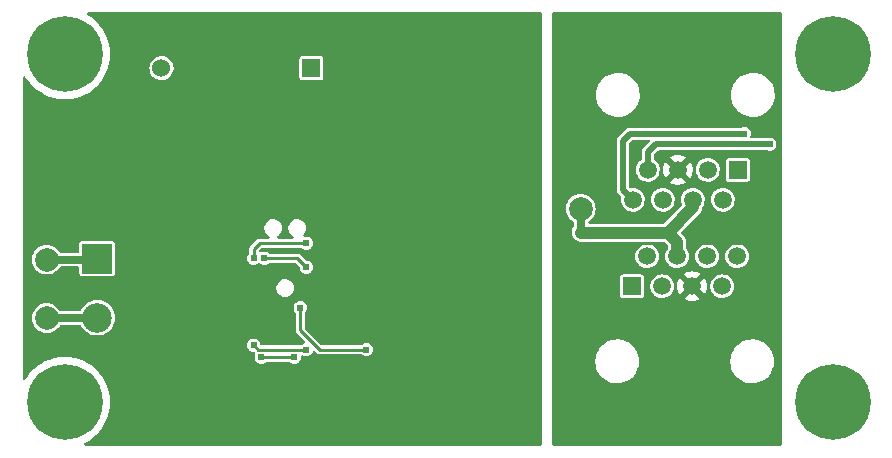
<source format=gbl>
G04 #@! TF.GenerationSoftware,KiCad,Pcbnew,6.0.2+dfsg-1*
G04 #@! TF.CreationDate,2024-04-05T20:58:32-06:00*
G04 #@! TF.ProjectId,mss-crossover,6d73732d-6372-46f7-9373-6f7665722e6b,rev?*
G04 #@! TF.SameCoordinates,Original*
G04 #@! TF.FileFunction,Copper,L2,Bot*
G04 #@! TF.FilePolarity,Positive*
%FSLAX46Y46*%
G04 Gerber Fmt 4.6, Leading zero omitted, Abs format (unit mm)*
G04 Created by KiCad (PCBNEW 6.0.2+dfsg-1) date 2024-04-05 20:58:32*
%MOMM*%
%LPD*%
G01*
G04 APERTURE LIST*
G04 #@! TA.AperFunction,ComponentPad*
%ADD10C,6.400000*%
G04 #@! TD*
G04 #@! TA.AperFunction,ComponentPad*
%ADD11R,1.500000X1.500000*%
G04 #@! TD*
G04 #@! TA.AperFunction,ComponentPad*
%ADD12C,1.500000*%
G04 #@! TD*
G04 #@! TA.AperFunction,ComponentPad*
%ADD13R,2.500000X2.500000*%
G04 #@! TD*
G04 #@! TA.AperFunction,ComponentPad*
%ADD14C,2.500000*%
G04 #@! TD*
G04 #@! TA.AperFunction,ComponentPad*
%ADD15R,1.524000X1.524000*%
G04 #@! TD*
G04 #@! TA.AperFunction,ComponentPad*
%ADD16C,1.524000*%
G04 #@! TD*
G04 #@! TA.AperFunction,SMDPad,CuDef*
%ADD17C,2.000000*%
G04 #@! TD*
G04 #@! TA.AperFunction,ViaPad*
%ADD18C,0.609600*%
G04 #@! TD*
G04 #@! TA.AperFunction,Conductor*
%ADD19C,0.635000*%
G04 #@! TD*
G04 #@! TA.AperFunction,Conductor*
%ADD20C,1.016000*%
G04 #@! TD*
G04 #@! TA.AperFunction,Conductor*
%ADD21C,0.254000*%
G04 #@! TD*
G04 #@! TA.AperFunction,Conductor*
%ADD22C,0.508000*%
G04 #@! TD*
G04 APERTURE END LIST*
D10*
X94742000Y-187452000D03*
D11*
X86705500Y-167787000D03*
D12*
X85435500Y-170327000D03*
X84165500Y-167787000D03*
X82895500Y-170327000D03*
X81625500Y-167787000D03*
X80355500Y-170327000D03*
X79085500Y-167787000D03*
X77815500Y-170327000D03*
D10*
X94742000Y-157988000D03*
D11*
X77759500Y-177653000D03*
D12*
X79029500Y-175113000D03*
X80299500Y-177653000D03*
X81569500Y-175113000D03*
X82839500Y-177653000D03*
X84109500Y-175113000D03*
X85379500Y-177653000D03*
X86649500Y-175113000D03*
D13*
X32466000Y-175300000D03*
D14*
X32466000Y-180300000D03*
D10*
X29718000Y-187452000D03*
X29718000Y-157988000D03*
D15*
X50607000Y-159192000D03*
D16*
X37907000Y-159192000D03*
D17*
X73406000Y-179324000D03*
X73406000Y-171069000D03*
X28194000Y-180340000D03*
X28194000Y-175387000D03*
D18*
X40894000Y-187325000D03*
X58674000Y-163830000D03*
X56769000Y-177292000D03*
X41783000Y-189484000D03*
X43180000Y-173609000D03*
X55433000Y-173493500D03*
X67310000Y-181705250D03*
X40894000Y-188214000D03*
X58674000Y-158242000D03*
X39370000Y-173609000D03*
X44704000Y-187325000D03*
X44704000Y-188214000D03*
X44704000Y-186436000D03*
X57594500Y-178117500D03*
X43815000Y-189484000D03*
X43180000Y-175387000D03*
X39370000Y-175387000D03*
X40894000Y-186436000D03*
X59944000Y-170434000D03*
X42799000Y-189484000D03*
X54604500Y-171135000D03*
X67310000Y-182721250D03*
X55880000Y-176403000D03*
X43180000Y-174498000D03*
X39370000Y-174498000D03*
X60706000Y-178181000D03*
X73406000Y-173101000D03*
X74930000Y-173101000D03*
X74168000Y-173101000D03*
X73914000Y-177165000D03*
X74787000Y-177165000D03*
X73025000Y-177165000D03*
X50165000Y-173990000D03*
X50165000Y-183007000D03*
X45720000Y-175260000D03*
X45720000Y-182626000D03*
X89408000Y-165608000D03*
X87249000Y-164719000D03*
X55245000Y-183007000D03*
X49657000Y-179451000D03*
X49149000Y-183642000D03*
X46609000Y-175260000D03*
X50165000Y-176022000D03*
X46355000Y-183642000D03*
D19*
X28194000Y-175387000D02*
X32379000Y-175387000D01*
X32379000Y-175387000D02*
X32466000Y-175300000D01*
X32426000Y-180340000D02*
X32466000Y-180300000D01*
X28194000Y-180340000D02*
X32426000Y-180340000D01*
D20*
X80772000Y-173101000D02*
X74930000Y-173101000D01*
X82931000Y-170307000D02*
X82931000Y-170942000D01*
X81569500Y-175113000D02*
X81569500Y-173898500D01*
D19*
X73406000Y-173101000D02*
X73406000Y-171069000D01*
D20*
X74168000Y-173101000D02*
X73406000Y-173101000D01*
X81569500Y-173898500D02*
X80772000Y-173101000D01*
X82931000Y-170942000D02*
X80772000Y-173101000D01*
X74930000Y-173101000D02*
X74168000Y-173101000D01*
D21*
X50165000Y-183007000D02*
X46101000Y-183007000D01*
X46101000Y-183007000D02*
X45720000Y-182626000D01*
X50165000Y-173990000D02*
X46228000Y-173990000D01*
X45720000Y-174498000D02*
X45720000Y-175260000D01*
X46228000Y-173990000D02*
X45720000Y-174498000D01*
D22*
X79085500Y-166278500D02*
X79756000Y-165608000D01*
X79085500Y-167787000D02*
X79085500Y-166278500D01*
X79756000Y-165608000D02*
X89408000Y-165608000D01*
X76962000Y-165354000D02*
X76962000Y-169473500D01*
X87249000Y-164719000D02*
X77597000Y-164719000D01*
X77597000Y-164719000D02*
X76962000Y-165354000D01*
X76962000Y-169473500D02*
X77815500Y-170327000D01*
D21*
X51308000Y-183007000D02*
X55245000Y-183007000D01*
X49657000Y-179451000D02*
X49657000Y-181356000D01*
X49657000Y-181356000D02*
X51308000Y-183007000D01*
X46609000Y-175260000D02*
X49403000Y-175260000D01*
X46355000Y-183642000D02*
X49149000Y-183642000D01*
X49403000Y-175260000D02*
X50165000Y-176022000D01*
G04 #@! TA.AperFunction,Conductor*
G36*
X70046121Y-154452002D02*
G01*
X70092614Y-154505658D01*
X70104000Y-154558000D01*
X70104000Y-191009000D01*
X70083998Y-191077121D01*
X70030342Y-191123614D01*
X69978000Y-191135000D01*
X31470313Y-191135000D01*
X31402192Y-191114998D01*
X31355699Y-191061342D01*
X31345595Y-190991068D01*
X31375089Y-190926488D01*
X31409805Y-190898479D01*
X31424635Y-190890360D01*
X31730331Y-190722997D01*
X32050584Y-190502893D01*
X32346955Y-190251552D01*
X32349160Y-190249260D01*
X32349166Y-190249255D01*
X32614194Y-189973850D01*
X32614196Y-189973847D01*
X32616409Y-189971548D01*
X32856187Y-189665747D01*
X33063835Y-189337281D01*
X33065255Y-189334433D01*
X33065260Y-189334424D01*
X33235806Y-188992360D01*
X33237226Y-188989512D01*
X33374585Y-188626001D01*
X33384791Y-188587646D01*
X33473685Y-188253555D01*
X33474506Y-188250470D01*
X33535966Y-187866764D01*
X33558335Y-187478811D01*
X33558429Y-187452000D01*
X33538769Y-187063900D01*
X33479989Y-186679775D01*
X33382692Y-186303555D01*
X33247874Y-185939094D01*
X33076915Y-185590123D01*
X32871565Y-185260215D01*
X32633928Y-184952748D01*
X32366435Y-184670869D01*
X32071826Y-184417466D01*
X32069218Y-184415646D01*
X32069212Y-184415642D01*
X31768878Y-184206126D01*
X31753117Y-184195131D01*
X31445542Y-184023937D01*
X31416357Y-184007693D01*
X31416355Y-184007692D01*
X31413572Y-184006143D01*
X31410652Y-184004885D01*
X31410647Y-184004883D01*
X31059600Y-183853698D01*
X31059590Y-183853694D01*
X31056666Y-183852435D01*
X30686054Y-183735582D01*
X30415188Y-183679488D01*
X30308656Y-183657426D01*
X30308653Y-183657426D01*
X30305531Y-183656779D01*
X30008323Y-183626065D01*
X29922149Y-183617160D01*
X29922146Y-183617160D01*
X29918993Y-183616834D01*
X29915827Y-183616828D01*
X29915818Y-183616828D01*
X29723969Y-183616494D01*
X29530396Y-183616156D01*
X29400973Y-183629074D01*
X29146893Y-183654434D01*
X29146887Y-183654435D01*
X29143720Y-183654751D01*
X28945934Y-183694991D01*
X28766049Y-183731589D01*
X28766045Y-183731590D01*
X28762924Y-183732225D01*
X28759882Y-183733172D01*
X28759876Y-183733174D01*
X28610111Y-183779821D01*
X28391907Y-183847784D01*
X28388979Y-183849033D01*
X28037397Y-183998995D01*
X28037393Y-183998997D01*
X28034467Y-184000245D01*
X28031688Y-184001779D01*
X28031682Y-184001782D01*
X27807530Y-184125521D01*
X27694264Y-184188047D01*
X27374781Y-184409268D01*
X27079289Y-184661642D01*
X26810814Y-184942585D01*
X26572105Y-185249220D01*
X26570409Y-185251924D01*
X26570406Y-185251928D01*
X26394737Y-185531970D01*
X26341594Y-185579048D01*
X26271435Y-185589920D01*
X26206535Y-185561136D01*
X26167500Y-185501834D01*
X26162000Y-185465014D01*
X26162000Y-182626000D01*
X45155874Y-182626000D01*
X45175096Y-182772007D01*
X45231453Y-182908063D01*
X45321103Y-183024897D01*
X45437937Y-183114547D01*
X45573993Y-183170904D01*
X45582177Y-183171981D01*
X45582179Y-183171982D01*
X45635224Y-183178965D01*
X45705929Y-183188274D01*
X45770855Y-183216995D01*
X45778577Y-183224100D01*
X45792957Y-183238480D01*
X45808316Y-183257496D01*
X45809280Y-183258555D01*
X45814929Y-183267304D01*
X45823106Y-183273750D01*
X45823609Y-183274303D01*
X45854661Y-183338149D01*
X45846825Y-183407321D01*
X45813970Y-183486640D01*
X45810096Y-183495993D01*
X45809019Y-183504177D01*
X45809018Y-183504179D01*
X45800205Y-183571126D01*
X45790874Y-183642000D01*
X45791952Y-183650188D01*
X45802669Y-183731589D01*
X45810096Y-183788007D01*
X45866453Y-183924063D01*
X45956103Y-184040897D01*
X46072937Y-184130547D01*
X46208993Y-184186904D01*
X46217177Y-184187981D01*
X46217179Y-184187982D01*
X46346812Y-184205048D01*
X46355000Y-184206126D01*
X46363188Y-184205048D01*
X46492821Y-184187982D01*
X46492823Y-184187981D01*
X46501007Y-184186904D01*
X46637063Y-184130547D01*
X46742638Y-184049536D01*
X46808856Y-184023937D01*
X46819340Y-184023500D01*
X48684660Y-184023500D01*
X48752781Y-184043502D01*
X48761350Y-184049527D01*
X48866937Y-184130547D01*
X49002993Y-184186904D01*
X49011177Y-184187981D01*
X49011179Y-184187982D01*
X49140812Y-184205048D01*
X49149000Y-184206126D01*
X49157188Y-184205048D01*
X49286821Y-184187982D01*
X49286823Y-184187981D01*
X49295007Y-184186904D01*
X49431063Y-184130547D01*
X49547897Y-184040897D01*
X49637547Y-183924063D01*
X49693904Y-183788007D01*
X49701332Y-183731589D01*
X49712048Y-183650188D01*
X49713126Y-183642000D01*
X49712048Y-183633812D01*
X49712048Y-183633807D01*
X49711425Y-183629074D01*
X49722366Y-183558926D01*
X49769495Y-183505828D01*
X49837850Y-183486640D01*
X49884565Y-183496222D01*
X50011364Y-183548744D01*
X50018993Y-183551904D01*
X50027177Y-183552981D01*
X50027179Y-183552982D01*
X50156812Y-183570048D01*
X50165000Y-183571126D01*
X50173188Y-183570048D01*
X50302821Y-183552982D01*
X50302823Y-183552981D01*
X50311007Y-183551904D01*
X50447063Y-183495547D01*
X50563897Y-183405897D01*
X50653547Y-183289063D01*
X50656704Y-183281441D01*
X50656707Y-183281436D01*
X50697661Y-183182564D01*
X50742210Y-183127283D01*
X50809573Y-183104862D01*
X50878364Y-183122420D01*
X50903165Y-183141687D01*
X50999954Y-183238476D01*
X51015318Y-183257499D01*
X51016282Y-183258558D01*
X51021929Y-183267304D01*
X51030108Y-183273752D01*
X51030110Y-183273754D01*
X51048477Y-183288234D01*
X51052950Y-183292209D01*
X51053011Y-183292137D01*
X51056968Y-183295490D01*
X51060649Y-183299171D01*
X51064881Y-183302195D01*
X51076439Y-183310455D01*
X51081185Y-183314018D01*
X51121670Y-183345934D01*
X51130355Y-183348984D01*
X51137843Y-183354335D01*
X51187250Y-183369110D01*
X51192837Y-183370926D01*
X51241502Y-183388016D01*
X51247091Y-183388500D01*
X51249802Y-183388500D01*
X51252471Y-183388615D01*
X51252532Y-183388634D01*
X51252525Y-183388808D01*
X51253272Y-183388855D01*
X51259525Y-183390725D01*
X51313689Y-183388597D01*
X51318635Y-183388500D01*
X54780660Y-183388500D01*
X54848781Y-183408502D01*
X54857350Y-183414527D01*
X54962937Y-183495547D01*
X55098993Y-183551904D01*
X55107177Y-183552981D01*
X55107179Y-183552982D01*
X55236812Y-183570048D01*
X55245000Y-183571126D01*
X55253188Y-183570048D01*
X55382821Y-183552982D01*
X55382823Y-183552981D01*
X55391007Y-183551904D01*
X55527063Y-183495547D01*
X55643897Y-183405897D01*
X55733547Y-183289063D01*
X55789904Y-183153007D01*
X55791395Y-183141687D01*
X55808048Y-183015188D01*
X55809126Y-183007000D01*
X55789904Y-182860993D01*
X55733547Y-182724937D01*
X55643897Y-182608103D01*
X55527063Y-182518453D01*
X55391007Y-182462096D01*
X55382823Y-182461019D01*
X55382821Y-182461018D01*
X55253188Y-182443952D01*
X55245000Y-182442874D01*
X55236812Y-182443952D01*
X55107179Y-182461018D01*
X55107177Y-182461019D01*
X55098993Y-182462096D01*
X54962937Y-182518453D01*
X54857362Y-182599464D01*
X54791144Y-182625063D01*
X54780660Y-182625500D01*
X51518213Y-182625500D01*
X51450092Y-182605498D01*
X51429118Y-182588595D01*
X50075405Y-181234882D01*
X50041379Y-181172570D01*
X50038500Y-181145787D01*
X50038500Y-179915340D01*
X50058502Y-179847219D01*
X50064527Y-179838650D01*
X50145547Y-179733063D01*
X50201904Y-179597007D01*
X50221126Y-179451000D01*
X50215620Y-179409178D01*
X50202982Y-179313179D01*
X50202981Y-179313177D01*
X50201904Y-179304993D01*
X50145547Y-179168937D01*
X50055897Y-179052103D01*
X49939063Y-178962453D01*
X49803007Y-178906096D01*
X49794823Y-178905019D01*
X49794821Y-178905018D01*
X49665188Y-178887952D01*
X49657000Y-178886874D01*
X49648812Y-178887952D01*
X49519179Y-178905018D01*
X49519177Y-178905019D01*
X49510993Y-178906096D01*
X49374937Y-178962453D01*
X49258103Y-179052103D01*
X49168453Y-179168937D01*
X49112096Y-179304993D01*
X49111019Y-179313177D01*
X49111018Y-179313179D01*
X49098380Y-179409178D01*
X49092874Y-179451000D01*
X49112096Y-179597007D01*
X49168453Y-179733063D01*
X49249464Y-179838638D01*
X49275063Y-179904856D01*
X49275500Y-179915340D01*
X49275500Y-181301865D01*
X49272914Y-181326164D01*
X49272846Y-181327602D01*
X49270655Y-181337780D01*
X49271879Y-181348120D01*
X49274627Y-181371342D01*
X49274979Y-181377320D01*
X49275072Y-181377312D01*
X49275500Y-181382490D01*
X49275500Y-181387692D01*
X49276354Y-181392822D01*
X49278686Y-181406832D01*
X49279522Y-181412704D01*
X49285582Y-181463907D01*
X49289567Y-181472206D01*
X49291078Y-181481283D01*
X49315558Y-181526651D01*
X49318239Y-181531914D01*
X49337127Y-181571250D01*
X49337130Y-181571254D01*
X49340560Y-181578398D01*
X49344170Y-181582692D01*
X49346102Y-181584624D01*
X49347889Y-181586573D01*
X49347918Y-181586626D01*
X49347788Y-181586745D01*
X49348289Y-181587313D01*
X49351388Y-181593057D01*
X49359033Y-181600124D01*
X49391209Y-181629867D01*
X49394775Y-181633297D01*
X50030313Y-182268835D01*
X50064339Y-182331147D01*
X50059274Y-182401962D01*
X50016727Y-182458798D01*
X49989436Y-182474339D01*
X49890564Y-182515293D01*
X49890561Y-182515295D01*
X49882937Y-182518453D01*
X49777362Y-182599464D01*
X49711144Y-182625063D01*
X49700660Y-182625500D01*
X46394559Y-182625500D01*
X46326438Y-182605498D01*
X46279945Y-182551842D01*
X46269637Y-182515945D01*
X46269552Y-182515295D01*
X46264904Y-182479993D01*
X46208547Y-182343937D01*
X46118897Y-182227103D01*
X46002063Y-182137453D01*
X45866007Y-182081096D01*
X45857823Y-182080019D01*
X45857821Y-182080018D01*
X45728188Y-182062952D01*
X45720000Y-182061874D01*
X45711812Y-182062952D01*
X45582179Y-182080018D01*
X45582177Y-182080019D01*
X45573993Y-182081096D01*
X45437937Y-182137453D01*
X45321103Y-182227103D01*
X45231453Y-182343937D01*
X45175096Y-182479993D01*
X45174019Y-182488177D01*
X45174018Y-182488179D01*
X45169371Y-182523476D01*
X45155874Y-182626000D01*
X26162000Y-182626000D01*
X26162000Y-180340000D01*
X26934708Y-180340000D01*
X26953839Y-180558674D01*
X27010653Y-180770703D01*
X27012978Y-180775688D01*
X27101095Y-180964659D01*
X27101098Y-180964664D01*
X27103421Y-180969646D01*
X27106577Y-180974153D01*
X27106578Y-180974155D01*
X27117226Y-180989361D01*
X27229326Y-181149457D01*
X27384543Y-181304674D01*
X27389051Y-181307831D01*
X27389054Y-181307833D01*
X27559845Y-181427422D01*
X27564354Y-181430579D01*
X27569336Y-181432902D01*
X27569341Y-181432905D01*
X27653624Y-181472206D01*
X27763297Y-181523347D01*
X27975326Y-181580161D01*
X28194000Y-181599292D01*
X28412674Y-181580161D01*
X28624703Y-181523347D01*
X28734376Y-181472206D01*
X28818659Y-181432905D01*
X28818664Y-181432902D01*
X28823646Y-181430579D01*
X28828155Y-181427422D01*
X28998946Y-181307833D01*
X28998949Y-181307831D01*
X29003457Y-181304674D01*
X29158674Y-181149457D01*
X29284579Y-180969646D01*
X29285713Y-180970440D01*
X29332329Y-180926001D01*
X29390054Y-180912000D01*
X31007292Y-180912000D01*
X31075413Y-180932002D01*
X31119519Y-180980755D01*
X31121336Y-180985141D01*
X31245070Y-181187057D01*
X31398868Y-181367132D01*
X31578943Y-181520930D01*
X31780859Y-181644664D01*
X31785429Y-181646557D01*
X31785433Y-181646559D01*
X31995073Y-181733395D01*
X31995075Y-181733396D01*
X31999646Y-181735289D01*
X32079499Y-181754460D01*
X32225104Y-181789417D01*
X32225110Y-181789418D01*
X32229917Y-181790572D01*
X32466000Y-181809152D01*
X32702083Y-181790572D01*
X32706890Y-181789418D01*
X32706896Y-181789417D01*
X32852501Y-181754460D01*
X32932354Y-181735289D01*
X32936925Y-181733396D01*
X32936927Y-181733395D01*
X33146567Y-181646559D01*
X33146571Y-181646557D01*
X33151141Y-181644664D01*
X33353057Y-181520930D01*
X33533132Y-181367132D01*
X33686930Y-181187057D01*
X33810664Y-180985141D01*
X33816754Y-180970440D01*
X33899395Y-180770927D01*
X33899396Y-180770925D01*
X33901289Y-180766354D01*
X33949874Y-180563984D01*
X33955417Y-180540896D01*
X33955418Y-180540890D01*
X33956572Y-180536083D01*
X33975152Y-180300000D01*
X33956572Y-180063917D01*
X33901289Y-179833646D01*
X33899395Y-179829073D01*
X33812559Y-179619433D01*
X33812557Y-179619429D01*
X33810664Y-179614859D01*
X33686930Y-179412943D01*
X33533132Y-179232868D01*
X33353057Y-179079070D01*
X33151141Y-178955336D01*
X33146571Y-178953443D01*
X33146567Y-178953441D01*
X32936927Y-178866605D01*
X32936925Y-178866604D01*
X32932354Y-178864711D01*
X32852501Y-178845540D01*
X32706896Y-178810583D01*
X32706890Y-178810582D01*
X32702083Y-178809428D01*
X32466000Y-178790848D01*
X32229917Y-178809428D01*
X32225110Y-178810582D01*
X32225104Y-178810583D01*
X32079499Y-178845540D01*
X31999646Y-178864711D01*
X31995075Y-178866604D01*
X31995073Y-178866605D01*
X31785433Y-178953441D01*
X31785429Y-178953443D01*
X31780859Y-178955336D01*
X31578943Y-179079070D01*
X31398868Y-179232868D01*
X31245070Y-179412943D01*
X31121336Y-179614859D01*
X31119441Y-179619434D01*
X31090121Y-179690218D01*
X31045572Y-179745499D01*
X30973712Y-179768000D01*
X29390054Y-179768000D01*
X29321933Y-179747998D01*
X29285453Y-179709742D01*
X29284579Y-179710354D01*
X29161833Y-179535054D01*
X29161831Y-179535051D01*
X29158674Y-179530543D01*
X29003457Y-179375326D01*
X28998949Y-179372169D01*
X28998946Y-179372167D01*
X28828155Y-179252578D01*
X28828153Y-179252577D01*
X28823646Y-179249421D01*
X28818664Y-179247098D01*
X28818659Y-179247095D01*
X28651046Y-179168937D01*
X28624703Y-179156653D01*
X28412674Y-179099839D01*
X28194000Y-179080708D01*
X27975326Y-179099839D01*
X27763297Y-179156653D01*
X27736954Y-179168937D01*
X27569341Y-179247095D01*
X27569336Y-179247098D01*
X27564354Y-179249421D01*
X27559847Y-179252577D01*
X27559845Y-179252578D01*
X27389054Y-179372167D01*
X27389051Y-179372169D01*
X27384543Y-179375326D01*
X27229326Y-179530543D01*
X27226169Y-179535051D01*
X27226167Y-179535054D01*
X27167084Y-179619434D01*
X27103421Y-179710354D01*
X27101098Y-179715336D01*
X27101095Y-179715341D01*
X27085867Y-179747998D01*
X27010653Y-179909297D01*
X26953839Y-180121326D01*
X26934708Y-180340000D01*
X26162000Y-180340000D01*
X26162000Y-177840824D01*
X47633201Y-177840824D01*
X47662810Y-178013141D01*
X47731267Y-178174024D01*
X47834898Y-178314843D01*
X47968146Y-178428045D01*
X48123862Y-178507558D01*
X48130967Y-178509297D01*
X48130971Y-178509298D01*
X48212084Y-178529146D01*
X48293693Y-178549115D01*
X48299295Y-178549463D01*
X48299298Y-178549463D01*
X48302795Y-178549680D01*
X48302805Y-178549680D01*
X48304734Y-178549800D01*
X48430779Y-178549800D01*
X48522182Y-178539144D01*
X48553393Y-178535505D01*
X48553395Y-178535505D01*
X48560665Y-178534657D01*
X48567543Y-178532161D01*
X48567545Y-178532160D01*
X48718136Y-178477498D01*
X48725015Y-178475001D01*
X48871233Y-178379136D01*
X48991475Y-178252205D01*
X48995150Y-178245878D01*
X48995153Y-178245874D01*
X49075615Y-178107347D01*
X49079292Y-178101017D01*
X49129973Y-177933682D01*
X49140799Y-177759176D01*
X49111190Y-177586859D01*
X49042733Y-177425976D01*
X48939102Y-177285157D01*
X48805854Y-177171955D01*
X48650138Y-177092442D01*
X48643033Y-177090703D01*
X48643029Y-177090702D01*
X48549597Y-177067840D01*
X48480307Y-177050885D01*
X48474705Y-177050537D01*
X48474702Y-177050537D01*
X48471205Y-177050320D01*
X48471195Y-177050320D01*
X48469266Y-177050200D01*
X48343221Y-177050200D01*
X48251818Y-177060856D01*
X48220607Y-177064495D01*
X48220605Y-177064495D01*
X48213335Y-177065343D01*
X48206457Y-177067839D01*
X48206455Y-177067840D01*
X48055864Y-177122502D01*
X48048985Y-177124999D01*
X47902767Y-177220864D01*
X47782525Y-177347795D01*
X47778850Y-177354122D01*
X47778847Y-177354126D01*
X47737114Y-177425976D01*
X47694708Y-177498983D01*
X47644027Y-177666318D01*
X47633201Y-177840824D01*
X26162000Y-177840824D01*
X26162000Y-175387000D01*
X26934708Y-175387000D01*
X26953839Y-175605674D01*
X27010653Y-175817703D01*
X27034278Y-175868367D01*
X27101095Y-176011659D01*
X27101098Y-176011664D01*
X27103421Y-176016646D01*
X27106577Y-176021153D01*
X27106578Y-176021155D01*
X27114633Y-176032658D01*
X27229326Y-176196457D01*
X27384543Y-176351674D01*
X27389051Y-176354831D01*
X27389054Y-176354833D01*
X27559845Y-176474422D01*
X27564354Y-176477579D01*
X27569336Y-176479902D01*
X27569341Y-176479905D01*
X27641827Y-176513705D01*
X27763297Y-176570347D01*
X27975326Y-176627161D01*
X28194000Y-176646292D01*
X28412674Y-176627161D01*
X28624703Y-176570347D01*
X28746173Y-176513705D01*
X28818659Y-176479905D01*
X28818664Y-176479902D01*
X28823646Y-176477579D01*
X28828155Y-176474422D01*
X28998946Y-176354833D01*
X28998949Y-176354831D01*
X29003457Y-176351674D01*
X29158674Y-176196457D01*
X29284579Y-176016646D01*
X29285713Y-176017440D01*
X29332329Y-175973001D01*
X29390054Y-175959000D01*
X30835501Y-175959000D01*
X30903622Y-175979002D01*
X30950115Y-176032658D01*
X30961501Y-176085000D01*
X30961501Y-176575066D01*
X30963701Y-176586126D01*
X30971958Y-176627640D01*
X30976266Y-176649301D01*
X31032516Y-176733484D01*
X31116699Y-176789734D01*
X31190933Y-176804500D01*
X32465793Y-176804500D01*
X33741066Y-176804499D01*
X33776818Y-176797388D01*
X33803126Y-176792156D01*
X33803128Y-176792155D01*
X33815301Y-176789734D01*
X33825621Y-176782839D01*
X33825622Y-176782838D01*
X33889168Y-176740377D01*
X33899484Y-176733484D01*
X33955734Y-176649301D01*
X33970500Y-176575067D01*
X33970499Y-175260000D01*
X45155874Y-175260000D01*
X45156952Y-175268188D01*
X45172594Y-175387000D01*
X45175096Y-175406007D01*
X45231453Y-175542063D01*
X45321103Y-175658897D01*
X45437937Y-175748547D01*
X45573993Y-175804904D01*
X45582177Y-175805981D01*
X45582179Y-175805982D01*
X45711812Y-175823048D01*
X45720000Y-175824126D01*
X45728188Y-175823048D01*
X45857821Y-175805982D01*
X45857823Y-175805981D01*
X45866007Y-175804904D01*
X46002063Y-175748547D01*
X46087798Y-175682760D01*
X46154017Y-175657161D01*
X46223565Y-175671426D01*
X46241199Y-175682758D01*
X46326937Y-175748547D01*
X46462993Y-175804904D01*
X46471177Y-175805981D01*
X46471179Y-175805982D01*
X46600812Y-175823048D01*
X46609000Y-175824126D01*
X46617188Y-175823048D01*
X46746821Y-175805982D01*
X46746823Y-175805981D01*
X46755007Y-175804904D01*
X46891063Y-175748547D01*
X46996638Y-175667536D01*
X47062856Y-175641937D01*
X47073340Y-175641500D01*
X49192788Y-175641500D01*
X49260909Y-175661502D01*
X49281883Y-175678405D01*
X49566899Y-175963421D01*
X49600925Y-176025733D01*
X49602726Y-176036070D01*
X49620096Y-176168007D01*
X49676453Y-176304063D01*
X49766103Y-176420897D01*
X49882937Y-176510547D01*
X50018993Y-176566904D01*
X50027177Y-176567981D01*
X50027179Y-176567982D01*
X50156812Y-176585048D01*
X50165000Y-176586126D01*
X50173188Y-176585048D01*
X50302821Y-176567982D01*
X50302823Y-176567981D01*
X50311007Y-176566904D01*
X50447063Y-176510547D01*
X50563897Y-176420897D01*
X50653547Y-176304063D01*
X50709904Y-176168007D01*
X50729126Y-176022000D01*
X50709904Y-175875993D01*
X50653547Y-175739937D01*
X50563897Y-175623103D01*
X50447063Y-175533453D01*
X50311007Y-175477096D01*
X50302823Y-175476019D01*
X50302821Y-175476018D01*
X50249776Y-175469035D01*
X50179071Y-175459726D01*
X50114145Y-175431005D01*
X50106423Y-175423900D01*
X49711044Y-175028521D01*
X49695685Y-175009505D01*
X49694719Y-175008444D01*
X49689071Y-174999696D01*
X49662528Y-174978771D01*
X49658053Y-174974794D01*
X49657992Y-174974865D01*
X49654035Y-174971512D01*
X49650352Y-174967829D01*
X49641647Y-174961608D01*
X49634564Y-174956547D01*
X49629815Y-174952982D01*
X49597507Y-174927512D01*
X49597506Y-174927511D01*
X49589330Y-174921066D01*
X49580643Y-174918015D01*
X49573157Y-174912666D01*
X49563181Y-174909683D01*
X49563180Y-174909682D01*
X49523789Y-174897902D01*
X49518157Y-174896072D01*
X49469498Y-174878984D01*
X49463909Y-174878500D01*
X49461198Y-174878500D01*
X49458531Y-174878385D01*
X49458468Y-174878366D01*
X49458475Y-174878192D01*
X49457729Y-174878145D01*
X49451476Y-174876275D01*
X49402692Y-174878192D01*
X49397322Y-174878403D01*
X49392375Y-174878500D01*
X47073340Y-174878500D01*
X47005219Y-174858498D01*
X46996650Y-174852473D01*
X46891063Y-174771453D01*
X46755007Y-174715096D01*
X46746823Y-174714019D01*
X46746821Y-174714018D01*
X46617188Y-174696952D01*
X46609000Y-174695874D01*
X46600812Y-174696952D01*
X46471179Y-174714018D01*
X46471177Y-174714019D01*
X46462993Y-174715096D01*
X46455365Y-174718256D01*
X46455364Y-174718256D01*
X46330267Y-174770073D01*
X46259678Y-174777662D01*
X46196191Y-174745883D01*
X46159963Y-174684825D01*
X46162497Y-174613874D01*
X46192954Y-174564568D01*
X46248898Y-174508625D01*
X46349119Y-174408404D01*
X46411431Y-174374379D01*
X46438214Y-174371500D01*
X49700660Y-174371500D01*
X49768781Y-174391502D01*
X49777350Y-174397527D01*
X49882937Y-174478547D01*
X50018993Y-174534904D01*
X50027177Y-174535981D01*
X50027179Y-174535982D01*
X50156812Y-174553048D01*
X50165000Y-174554126D01*
X50173188Y-174553048D01*
X50302821Y-174535982D01*
X50302823Y-174535981D01*
X50311007Y-174534904D01*
X50447063Y-174478547D01*
X50563897Y-174388897D01*
X50653547Y-174272063D01*
X50709904Y-174136007D01*
X50729126Y-173990000D01*
X50723952Y-173950699D01*
X50710982Y-173852179D01*
X50710981Y-173852177D01*
X50709904Y-173843993D01*
X50653547Y-173707937D01*
X50563897Y-173591103D01*
X50447063Y-173501453D01*
X50311007Y-173445096D01*
X50302823Y-173444019D01*
X50302821Y-173444018D01*
X50173188Y-173426952D01*
X50165000Y-173425874D01*
X50062768Y-173439333D01*
X49992621Y-173428394D01*
X49939522Y-173381266D01*
X49920332Y-173312912D01*
X49941143Y-173245034D01*
X49954850Y-173227759D01*
X50002437Y-173177524D01*
X50002441Y-173177519D01*
X50007475Y-173172205D01*
X50011150Y-173165878D01*
X50011153Y-173165874D01*
X50091615Y-173027347D01*
X50095292Y-173021017D01*
X50145973Y-172853682D01*
X50156799Y-172679176D01*
X50127190Y-172506859D01*
X50058733Y-172345976D01*
X49955102Y-172205157D01*
X49821854Y-172091955D01*
X49666138Y-172012442D01*
X49659033Y-172010703D01*
X49659029Y-172010702D01*
X49565597Y-171987840D01*
X49496307Y-171970885D01*
X49490705Y-171970537D01*
X49490702Y-171970537D01*
X49487205Y-171970320D01*
X49487195Y-171970320D01*
X49485266Y-171970200D01*
X49359221Y-171970200D01*
X49267818Y-171980856D01*
X49236607Y-171984495D01*
X49236605Y-171984495D01*
X49229335Y-171985343D01*
X49222457Y-171987839D01*
X49222455Y-171987840D01*
X49071864Y-172042502D01*
X49064985Y-172044999D01*
X48918767Y-172140864D01*
X48798525Y-172267795D01*
X48794850Y-172274122D01*
X48794847Y-172274126D01*
X48753114Y-172345976D01*
X48710708Y-172418983D01*
X48660027Y-172586318D01*
X48649201Y-172760824D01*
X48678810Y-172933141D01*
X48747267Y-173094024D01*
X48850898Y-173234843D01*
X48984146Y-173348045D01*
X49015423Y-173364016D01*
X49027696Y-173370283D01*
X49079269Y-173419077D01*
X49096275Y-173488007D01*
X49073315Y-173555188D01*
X49017678Y-173599292D01*
X48970395Y-173608500D01*
X47805361Y-173608500D01*
X47737240Y-173588498D01*
X47690747Y-173534842D01*
X47680643Y-173464568D01*
X47710137Y-173399988D01*
X47736276Y-173377128D01*
X47763584Y-173359224D01*
X47855233Y-173299136D01*
X47975475Y-173172205D01*
X47979150Y-173165878D01*
X47979153Y-173165874D01*
X48059615Y-173027347D01*
X48063292Y-173021017D01*
X48113973Y-172853682D01*
X48124799Y-172679176D01*
X48095190Y-172506859D01*
X48026733Y-172345976D01*
X47923102Y-172205157D01*
X47789854Y-172091955D01*
X47634138Y-172012442D01*
X47627033Y-172010703D01*
X47627029Y-172010702D01*
X47533597Y-171987840D01*
X47464307Y-171970885D01*
X47458705Y-171970537D01*
X47458702Y-171970537D01*
X47455205Y-171970320D01*
X47455195Y-171970320D01*
X47453266Y-171970200D01*
X47327221Y-171970200D01*
X47235818Y-171980856D01*
X47204607Y-171984495D01*
X47204605Y-171984495D01*
X47197335Y-171985343D01*
X47190457Y-171987839D01*
X47190455Y-171987840D01*
X47039864Y-172042502D01*
X47032985Y-172044999D01*
X46886767Y-172140864D01*
X46766525Y-172267795D01*
X46762850Y-172274122D01*
X46762847Y-172274126D01*
X46721114Y-172345976D01*
X46678708Y-172418983D01*
X46628027Y-172586318D01*
X46617201Y-172760824D01*
X46646810Y-172933141D01*
X46715267Y-173094024D01*
X46818898Y-173234843D01*
X46952146Y-173348045D01*
X46983423Y-173364016D01*
X46995696Y-173370283D01*
X47047269Y-173419077D01*
X47064275Y-173488007D01*
X47041315Y-173555188D01*
X46985678Y-173599292D01*
X46938395Y-173608500D01*
X46282136Y-173608500D01*
X46257847Y-173605915D01*
X46256400Y-173605847D01*
X46246220Y-173603655D01*
X46213356Y-173607545D01*
X46212660Y-173607627D01*
X46206679Y-173607980D01*
X46206687Y-173608072D01*
X46201508Y-173608500D01*
X46196308Y-173608500D01*
X46191181Y-173609353D01*
X46191173Y-173609354D01*
X46177151Y-173611688D01*
X46171275Y-173612525D01*
X46130431Y-173617359D01*
X46130429Y-173617360D01*
X46120092Y-173618583D01*
X46111795Y-173622567D01*
X46102717Y-173624078D01*
X46093555Y-173629022D01*
X46093551Y-173629023D01*
X46057356Y-173648553D01*
X46052072Y-173651246D01*
X46005602Y-173673560D01*
X46001308Y-173677170D01*
X45999376Y-173679102D01*
X45997427Y-173680889D01*
X45997374Y-173680918D01*
X45997255Y-173680788D01*
X45996687Y-173681289D01*
X45990943Y-173684388D01*
X45983876Y-173692033D01*
X45954146Y-173724195D01*
X45950716Y-173727762D01*
X45488517Y-174189960D01*
X45469506Y-174205314D01*
X45468444Y-174206280D01*
X45459696Y-174211929D01*
X45453252Y-174220104D01*
X45453249Y-174220106D01*
X45438771Y-174238472D01*
X45434794Y-174242947D01*
X45434865Y-174243008D01*
X45431512Y-174246965D01*
X45427829Y-174250648D01*
X45424803Y-174254883D01*
X45424801Y-174254885D01*
X45416547Y-174266436D01*
X45412982Y-174271185D01*
X45390599Y-174299578D01*
X45381066Y-174311670D01*
X45378015Y-174320357D01*
X45372666Y-174327843D01*
X45369683Y-174337819D01*
X45369682Y-174337820D01*
X45357902Y-174377211D01*
X45356072Y-174382843D01*
X45338984Y-174431502D01*
X45338500Y-174437091D01*
X45338500Y-174439802D01*
X45338385Y-174442469D01*
X45338366Y-174442532D01*
X45338192Y-174442525D01*
X45338145Y-174443271D01*
X45336275Y-174449524D01*
X45337540Y-174481705D01*
X45338403Y-174503678D01*
X45338500Y-174508625D01*
X45338500Y-174795660D01*
X45318498Y-174863781D01*
X45312473Y-174872350D01*
X45231453Y-174977937D01*
X45175096Y-175113993D01*
X45155874Y-175260000D01*
X33970499Y-175260000D01*
X33970499Y-174024934D01*
X33955734Y-173950699D01*
X33899484Y-173866516D01*
X33815301Y-173810266D01*
X33741067Y-173795500D01*
X32466207Y-173795500D01*
X31190934Y-173795501D01*
X31155182Y-173802612D01*
X31128874Y-173807844D01*
X31128872Y-173807845D01*
X31116699Y-173810266D01*
X31106379Y-173817161D01*
X31106378Y-173817162D01*
X31045985Y-173857516D01*
X31032516Y-173866516D01*
X30976266Y-173950699D01*
X30961500Y-174024933D01*
X30961500Y-174689000D01*
X30941498Y-174757121D01*
X30887842Y-174803614D01*
X30835500Y-174815000D01*
X29390054Y-174815000D01*
X29321933Y-174794998D01*
X29285453Y-174756742D01*
X29284579Y-174757354D01*
X29161833Y-174582054D01*
X29161831Y-174582051D01*
X29158674Y-174577543D01*
X29003457Y-174422326D01*
X28998949Y-174419169D01*
X28998946Y-174419167D01*
X28828155Y-174299578D01*
X28828153Y-174299577D01*
X28823646Y-174296421D01*
X28818664Y-174294098D01*
X28818659Y-174294095D01*
X28699373Y-174238472D01*
X28624703Y-174203653D01*
X28412674Y-174146839D01*
X28194000Y-174127708D01*
X27975326Y-174146839D01*
X27763297Y-174203653D01*
X27688627Y-174238472D01*
X27569341Y-174294095D01*
X27569336Y-174294098D01*
X27564354Y-174296421D01*
X27559847Y-174299577D01*
X27559845Y-174299578D01*
X27389054Y-174419167D01*
X27389051Y-174419169D01*
X27384543Y-174422326D01*
X27229326Y-174577543D01*
X27226169Y-174582051D01*
X27226167Y-174582054D01*
X27111453Y-174745883D01*
X27103421Y-174757354D01*
X27101098Y-174762336D01*
X27101095Y-174762341D01*
X27076540Y-174815000D01*
X27010653Y-174956297D01*
X26953839Y-175168326D01*
X26934708Y-175387000D01*
X26162000Y-175387000D01*
X26162000Y-159973319D01*
X26182002Y-159905198D01*
X26235658Y-159858705D01*
X26305932Y-159848601D01*
X26370512Y-159878095D01*
X26395202Y-159907110D01*
X26542712Y-160145948D01*
X26556803Y-160168764D01*
X26558744Y-160171294D01*
X26558745Y-160171295D01*
X26587294Y-160208500D01*
X26793366Y-160477058D01*
X27059873Y-160759869D01*
X27062278Y-160761952D01*
X27062284Y-160761958D01*
X27351189Y-161012214D01*
X27353596Y-161014299D01*
X27671526Y-161237745D01*
X28010410Y-161427917D01*
X28013324Y-161429184D01*
X28013328Y-161429186D01*
X28051101Y-161445610D01*
X28366777Y-161582870D01*
X28543208Y-161639176D01*
X28733935Y-161700046D01*
X28733944Y-161700048D01*
X28736979Y-161701017D01*
X28780314Y-161710149D01*
X29114106Y-161780490D01*
X29114111Y-161780491D01*
X29117225Y-161781147D01*
X29503621Y-161822441D01*
X29506809Y-161822458D01*
X29506814Y-161822458D01*
X29683023Y-161823381D01*
X29892213Y-161824476D01*
X30085617Y-161805853D01*
X30275856Y-161787535D01*
X30275861Y-161787534D01*
X30279021Y-161787230D01*
X30282141Y-161786607D01*
X30282145Y-161786606D01*
X30656958Y-161711711D01*
X30656957Y-161711711D01*
X30660086Y-161711086D01*
X30945689Y-161623223D01*
X31028462Y-161597759D01*
X31028465Y-161597758D01*
X31031504Y-161596823D01*
X31034432Y-161595586D01*
X31034438Y-161595584D01*
X31386530Y-161446854D01*
X31386537Y-161446851D01*
X31389474Y-161445610D01*
X31730331Y-161258997D01*
X32050584Y-161038893D01*
X32346955Y-160787552D01*
X32349160Y-160785260D01*
X32349166Y-160785255D01*
X32614194Y-160509850D01*
X32614196Y-160509847D01*
X32616409Y-160507548D01*
X32642305Y-160474521D01*
X32854213Y-160204265D01*
X32854216Y-160204260D01*
X32856187Y-160201747D01*
X33063835Y-159873281D01*
X33065255Y-159870433D01*
X33065260Y-159870424D01*
X33235806Y-159528360D01*
X33237226Y-159525512D01*
X33368638Y-159177739D01*
X36885682Y-159177739D01*
X36902362Y-159376386D01*
X36914379Y-159418294D01*
X36945941Y-159528360D01*
X36957310Y-159568009D01*
X37048430Y-159745311D01*
X37172253Y-159901537D01*
X37324063Y-160030737D01*
X37329441Y-160033743D01*
X37329443Y-160033744D01*
X37382904Y-160063622D01*
X37498076Y-160127989D01*
X37503935Y-160129893D01*
X37503938Y-160129894D01*
X37527298Y-160137484D01*
X37687665Y-160189591D01*
X37693775Y-160190320D01*
X37693777Y-160190320D01*
X37786637Y-160201393D01*
X37885609Y-160213194D01*
X37891744Y-160212722D01*
X37891746Y-160212722D01*
X38078226Y-160198373D01*
X38078231Y-160198372D01*
X38084367Y-160197900D01*
X38090297Y-160196244D01*
X38090299Y-160196244D01*
X38198445Y-160166049D01*
X38276370Y-160144292D01*
X38289848Y-160137484D01*
X38448802Y-160057191D01*
X38448804Y-160057190D01*
X38454303Y-160054412D01*
X38611390Y-159931682D01*
X38633962Y-159905532D01*
X38737618Y-159785446D01*
X38737619Y-159785444D01*
X38741647Y-159780778D01*
X38840112Y-159607448D01*
X38903035Y-159418294D01*
X38909105Y-159370247D01*
X38927578Y-159224023D01*
X38927579Y-159224013D01*
X38928020Y-159220520D01*
X38928418Y-159192000D01*
X38908965Y-158993606D01*
X38907184Y-158987707D01*
X38907183Y-158987702D01*
X38853129Y-158808667D01*
X38851348Y-158802768D01*
X38757761Y-158626756D01*
X38753871Y-158621986D01*
X38753868Y-158621982D01*
X38635663Y-158477049D01*
X38635660Y-158477046D01*
X38631768Y-158472274D01*
X38550367Y-158404933D01*
X49590500Y-158404933D01*
X49590501Y-159979066D01*
X49605266Y-160053301D01*
X49661516Y-160137484D01*
X49745699Y-160193734D01*
X49819933Y-160208500D01*
X50606872Y-160208500D01*
X51394066Y-160208499D01*
X51429818Y-160201388D01*
X51456126Y-160196156D01*
X51456128Y-160196155D01*
X51468301Y-160193734D01*
X51478621Y-160186839D01*
X51478622Y-160186838D01*
X51542168Y-160144377D01*
X51552484Y-160137484D01*
X51608734Y-160053301D01*
X51623500Y-159979067D01*
X51623499Y-158404934D01*
X51612401Y-158349135D01*
X51611156Y-158342874D01*
X51611155Y-158342872D01*
X51608734Y-158330699D01*
X51552484Y-158246516D01*
X51468301Y-158190266D01*
X51394067Y-158175500D01*
X50607128Y-158175500D01*
X49819934Y-158175501D01*
X49784182Y-158182612D01*
X49757874Y-158187844D01*
X49757872Y-158187845D01*
X49745699Y-158190266D01*
X49735379Y-158197161D01*
X49735378Y-158197162D01*
X49674985Y-158237516D01*
X49661516Y-158246516D01*
X49605266Y-158330699D01*
X49590500Y-158404933D01*
X38550367Y-158404933D01*
X38478170Y-158345206D01*
X38302815Y-158250392D01*
X38112385Y-158191444D01*
X38106260Y-158190800D01*
X38106259Y-158190800D01*
X37920260Y-158171251D01*
X37920258Y-158171251D01*
X37914131Y-158170607D01*
X37791252Y-158181790D01*
X37721746Y-158188115D01*
X37721745Y-158188115D01*
X37715605Y-158188674D01*
X37709691Y-158190415D01*
X37709689Y-158190415D01*
X37686765Y-158197162D01*
X37524370Y-158244958D01*
X37347709Y-158337314D01*
X37342909Y-158341174D01*
X37342908Y-158341174D01*
X37340796Y-158342872D01*
X37192351Y-158462225D01*
X37064214Y-158614933D01*
X36968179Y-158789621D01*
X36907902Y-158979635D01*
X36885682Y-159177739D01*
X33368638Y-159177739D01*
X33374585Y-159162001D01*
X33384791Y-159123646D01*
X33472106Y-158795490D01*
X33474506Y-158786470D01*
X33499217Y-158632198D01*
X33524832Y-158472274D01*
X33535966Y-158402764D01*
X33539420Y-158342872D01*
X33548045Y-158193266D01*
X33558335Y-158014811D01*
X33558429Y-157988000D01*
X33538769Y-157599900D01*
X33479989Y-157215775D01*
X33382692Y-156839555D01*
X33247874Y-156475094D01*
X33076915Y-156126123D01*
X32871565Y-155796215D01*
X32633928Y-155488748D01*
X32366435Y-155206869D01*
X32071826Y-154953466D01*
X32069218Y-154951646D01*
X32069212Y-154951642D01*
X31755730Y-154732954D01*
X31753117Y-154731131D01*
X31639862Y-154668094D01*
X31590069Y-154617489D01*
X31575539Y-154547995D01*
X31600887Y-154481678D01*
X31658065Y-154439592D01*
X31701141Y-154432000D01*
X69978000Y-154432000D01*
X70046121Y-154452002D01*
G37*
G04 #@! TD.AperFunction*
G04 #@! TA.AperFunction,Conductor*
G36*
X90366121Y-154452002D02*
G01*
X90412614Y-154505658D01*
X90424000Y-154558000D01*
X90424000Y-191009000D01*
X90403998Y-191077121D01*
X90350342Y-191123614D01*
X90298000Y-191135000D01*
X71119000Y-191135000D01*
X71050879Y-191114998D01*
X71004386Y-191061342D01*
X70993000Y-191009000D01*
X70993000Y-184045186D01*
X74630518Y-184045186D01*
X74656079Y-184313100D01*
X74720047Y-184574518D01*
X74821083Y-184823963D01*
X74957069Y-185056210D01*
X75125158Y-185266395D01*
X75321827Y-185450113D01*
X75542957Y-185603516D01*
X75783916Y-185723391D01*
X75788250Y-185724812D01*
X75788253Y-185724813D01*
X76035323Y-185805807D01*
X76035329Y-185805808D01*
X76039656Y-185807227D01*
X76044147Y-185808007D01*
X76044148Y-185808007D01*
X76301038Y-185852611D01*
X76301046Y-185852612D01*
X76304819Y-185853267D01*
X76308656Y-185853458D01*
X76388277Y-185857422D01*
X76388285Y-185857422D01*
X76389848Y-185857500D01*
X76557874Y-185857500D01*
X76560142Y-185857335D01*
X76560154Y-185857335D01*
X76690957Y-185847844D01*
X76757925Y-185842985D01*
X76762380Y-185842001D01*
X76762383Y-185842001D01*
X77016270Y-185785947D01*
X77016272Y-185785946D01*
X77020726Y-185784963D01*
X77272400Y-185689613D01*
X77507672Y-185558931D01*
X77654342Y-185446996D01*
X77717991Y-185398421D01*
X77717995Y-185398417D01*
X77721616Y-185395654D01*
X77909749Y-185203203D01*
X78016742Y-185056210D01*
X78065442Y-184989304D01*
X78065447Y-184989297D01*
X78068130Y-184985610D01*
X78193441Y-184747433D01*
X78283057Y-184493662D01*
X78308188Y-184366156D01*
X78334220Y-184234083D01*
X78334221Y-184234077D01*
X78335101Y-184229611D01*
X78344282Y-184045186D01*
X86060518Y-184045186D01*
X86086079Y-184313100D01*
X86150047Y-184574518D01*
X86251083Y-184823963D01*
X86387069Y-185056210D01*
X86555158Y-185266395D01*
X86751827Y-185450113D01*
X86972957Y-185603516D01*
X87213916Y-185723391D01*
X87218250Y-185724812D01*
X87218253Y-185724813D01*
X87465323Y-185805807D01*
X87465329Y-185805808D01*
X87469656Y-185807227D01*
X87474147Y-185808007D01*
X87474148Y-185808007D01*
X87731038Y-185852611D01*
X87731046Y-185852612D01*
X87734819Y-185853267D01*
X87738656Y-185853458D01*
X87818277Y-185857422D01*
X87818285Y-185857422D01*
X87819848Y-185857500D01*
X87987874Y-185857500D01*
X87990142Y-185857335D01*
X87990154Y-185857335D01*
X88120957Y-185847844D01*
X88187925Y-185842985D01*
X88192380Y-185842001D01*
X88192383Y-185842001D01*
X88446270Y-185785947D01*
X88446272Y-185785946D01*
X88450726Y-185784963D01*
X88702400Y-185689613D01*
X88937672Y-185558931D01*
X89084342Y-185446996D01*
X89147991Y-185398421D01*
X89147995Y-185398417D01*
X89151616Y-185395654D01*
X89339749Y-185203203D01*
X89446742Y-185056210D01*
X89495442Y-184989304D01*
X89495447Y-184989297D01*
X89498130Y-184985610D01*
X89623441Y-184747433D01*
X89713057Y-184493662D01*
X89738188Y-184366156D01*
X89764220Y-184234083D01*
X89764221Y-184234077D01*
X89765101Y-184229611D01*
X89774282Y-184045186D01*
X89778255Y-183965383D01*
X89778255Y-183965377D01*
X89778482Y-183960814D01*
X89752921Y-183692900D01*
X89688953Y-183431482D01*
X89587917Y-183182037D01*
X89451931Y-182949790D01*
X89283842Y-182739605D01*
X89087173Y-182555887D01*
X88866043Y-182402484D01*
X88625084Y-182282609D01*
X88620750Y-182281188D01*
X88620747Y-182281187D01*
X88373677Y-182200193D01*
X88373671Y-182200192D01*
X88369344Y-182198773D01*
X88364852Y-182197993D01*
X88107962Y-182153389D01*
X88107954Y-182153388D01*
X88104181Y-182152733D01*
X88094218Y-182152237D01*
X88020723Y-182148578D01*
X88020715Y-182148578D01*
X88019152Y-182148500D01*
X87851126Y-182148500D01*
X87848858Y-182148665D01*
X87848846Y-182148665D01*
X87718043Y-182158156D01*
X87651075Y-182163015D01*
X87646620Y-182163999D01*
X87646617Y-182163999D01*
X87392730Y-182220053D01*
X87392728Y-182220054D01*
X87388274Y-182221037D01*
X87136600Y-182316387D01*
X86901328Y-182447069D01*
X86897696Y-182449841D01*
X86691009Y-182607579D01*
X86691005Y-182607583D01*
X86687384Y-182610346D01*
X86499251Y-182802797D01*
X86496566Y-182806486D01*
X86343558Y-183016696D01*
X86343553Y-183016703D01*
X86340870Y-183020390D01*
X86215559Y-183258567D01*
X86125943Y-183512338D01*
X86125060Y-183516820D01*
X86090355Y-183692900D01*
X86073899Y-183776389D01*
X86073672Y-183780942D01*
X86073672Y-183780945D01*
X86064491Y-183965383D01*
X86060518Y-184045186D01*
X78344282Y-184045186D01*
X78348255Y-183965383D01*
X78348255Y-183965377D01*
X78348482Y-183960814D01*
X78322921Y-183692900D01*
X78258953Y-183431482D01*
X78157917Y-183182037D01*
X78021931Y-182949790D01*
X77853842Y-182739605D01*
X77657173Y-182555887D01*
X77436043Y-182402484D01*
X77195084Y-182282609D01*
X77190750Y-182281188D01*
X77190747Y-182281187D01*
X76943677Y-182200193D01*
X76943671Y-182200192D01*
X76939344Y-182198773D01*
X76934852Y-182197993D01*
X76677962Y-182153389D01*
X76677954Y-182153388D01*
X76674181Y-182152733D01*
X76664218Y-182152237D01*
X76590723Y-182148578D01*
X76590715Y-182148578D01*
X76589152Y-182148500D01*
X76421126Y-182148500D01*
X76418858Y-182148665D01*
X76418846Y-182148665D01*
X76288043Y-182158156D01*
X76221075Y-182163015D01*
X76216620Y-182163999D01*
X76216617Y-182163999D01*
X75962730Y-182220053D01*
X75962728Y-182220054D01*
X75958274Y-182221037D01*
X75706600Y-182316387D01*
X75471328Y-182447069D01*
X75467696Y-182449841D01*
X75261009Y-182607579D01*
X75261005Y-182607583D01*
X75257384Y-182610346D01*
X75069251Y-182802797D01*
X75066566Y-182806486D01*
X74913558Y-183016696D01*
X74913553Y-183016703D01*
X74910870Y-183020390D01*
X74785559Y-183258567D01*
X74695943Y-183512338D01*
X74695060Y-183516820D01*
X74660355Y-183692900D01*
X74643899Y-183776389D01*
X74643672Y-183780942D01*
X74643672Y-183780945D01*
X74634491Y-183965383D01*
X74630518Y-184045186D01*
X70993000Y-184045186D01*
X70993000Y-178703161D01*
X82153893Y-178703161D01*
X82163187Y-178715175D01*
X82203588Y-178743464D01*
X82213084Y-178748947D01*
X82402613Y-178837326D01*
X82412905Y-178841072D01*
X82614901Y-178895196D01*
X82625696Y-178897099D01*
X82834025Y-178915326D01*
X82844975Y-178915326D01*
X83053304Y-178897099D01*
X83064099Y-178895196D01*
X83266095Y-178841072D01*
X83276387Y-178837326D01*
X83465916Y-178748947D01*
X83475412Y-178743464D01*
X83516648Y-178714590D01*
X83525023Y-178704112D01*
X83517957Y-178690668D01*
X82852311Y-178025021D01*
X82838368Y-178017408D01*
X82836534Y-178017539D01*
X82829920Y-178021790D01*
X82160320Y-178691391D01*
X82153893Y-178703161D01*
X70993000Y-178703161D01*
X70993000Y-176877933D01*
X76755000Y-176877933D01*
X76755001Y-178428066D01*
X76769766Y-178502301D01*
X76826016Y-178586484D01*
X76910199Y-178642734D01*
X76984433Y-178657500D01*
X77759374Y-178657500D01*
X78534566Y-178657499D01*
X78570318Y-178650388D01*
X78596626Y-178645156D01*
X78596628Y-178645155D01*
X78608801Y-178642734D01*
X78619121Y-178635839D01*
X78619122Y-178635838D01*
X78682668Y-178593377D01*
X78692984Y-178586484D01*
X78749234Y-178502301D01*
X78764000Y-178428067D01*
X78763999Y-177638907D01*
X79290238Y-177638907D01*
X79306722Y-177835209D01*
X79333872Y-177929890D01*
X79359005Y-178017539D01*
X79361021Y-178024570D01*
X79451066Y-178199779D01*
X79454889Y-178204603D01*
X79454892Y-178204607D01*
X79482545Y-178239496D01*
X79573427Y-178354160D01*
X79578120Y-178358154D01*
X79578121Y-178358155D01*
X79667398Y-178434135D01*
X79723445Y-178481835D01*
X79728823Y-178484841D01*
X79728825Y-178484842D01*
X79778532Y-178512622D01*
X79895404Y-178577940D01*
X80082755Y-178638814D01*
X80278362Y-178662139D01*
X80284497Y-178661667D01*
X80284499Y-178661667D01*
X80344301Y-178657065D01*
X80474774Y-178647026D01*
X80664509Y-178594050D01*
X80670013Y-178591270D01*
X80834841Y-178508010D01*
X80834843Y-178508009D01*
X80840342Y-178505231D01*
X80995574Y-178383950D01*
X80999600Y-178379286D01*
X80999603Y-178379283D01*
X81120264Y-178239496D01*
X81120265Y-178239494D01*
X81124293Y-178234828D01*
X81221596Y-178063544D01*
X81283777Y-177876622D01*
X81308466Y-177681183D01*
X81308726Y-177662580D01*
X81308784Y-177658475D01*
X81577174Y-177658475D01*
X81595401Y-177866804D01*
X81597304Y-177877599D01*
X81651428Y-178079595D01*
X81655174Y-178089887D01*
X81743554Y-178279417D01*
X81749034Y-178288907D01*
X81777911Y-178330149D01*
X81788387Y-178338523D01*
X81801834Y-178331455D01*
X82467479Y-177665811D01*
X82473856Y-177654132D01*
X83203908Y-177654132D01*
X83204039Y-177655966D01*
X83208290Y-177662580D01*
X83877891Y-178332180D01*
X83889661Y-178338607D01*
X83901676Y-178329311D01*
X83929966Y-178288907D01*
X83935446Y-178279417D01*
X84023826Y-178089887D01*
X84027572Y-178079595D01*
X84081696Y-177877599D01*
X84083599Y-177866804D01*
X84101826Y-177658475D01*
X84101826Y-177647525D01*
X84101072Y-177638907D01*
X84370238Y-177638907D01*
X84386722Y-177835209D01*
X84413872Y-177929890D01*
X84439005Y-178017539D01*
X84441021Y-178024570D01*
X84531066Y-178199779D01*
X84534889Y-178204603D01*
X84534892Y-178204607D01*
X84562545Y-178239496D01*
X84653427Y-178354160D01*
X84658120Y-178358154D01*
X84658121Y-178358155D01*
X84747398Y-178434135D01*
X84803445Y-178481835D01*
X84808823Y-178484841D01*
X84808825Y-178484842D01*
X84858532Y-178512622D01*
X84975404Y-178577940D01*
X85162755Y-178638814D01*
X85358362Y-178662139D01*
X85364497Y-178661667D01*
X85364499Y-178661667D01*
X85424301Y-178657065D01*
X85554774Y-178647026D01*
X85744509Y-178594050D01*
X85750013Y-178591270D01*
X85914841Y-178508010D01*
X85914843Y-178508009D01*
X85920342Y-178505231D01*
X86075574Y-178383950D01*
X86079600Y-178379286D01*
X86079603Y-178379283D01*
X86200264Y-178239496D01*
X86200265Y-178239494D01*
X86204293Y-178234828D01*
X86301596Y-178063544D01*
X86363777Y-177876622D01*
X86388466Y-177681183D01*
X86388726Y-177662580D01*
X86388811Y-177656522D01*
X86388811Y-177656518D01*
X86388860Y-177653000D01*
X86369637Y-177456948D01*
X86312700Y-177268363D01*
X86302918Y-177249966D01*
X86223111Y-177099871D01*
X86223109Y-177099868D01*
X86220217Y-177094429D01*
X86095712Y-176941770D01*
X86030393Y-176887734D01*
X85948677Y-176820132D01*
X85948674Y-176820130D01*
X85943927Y-176816203D01*
X85770643Y-176722508D01*
X85582460Y-176664256D01*
X85576335Y-176663612D01*
X85576334Y-176663612D01*
X85392676Y-176644309D01*
X85392674Y-176644309D01*
X85386547Y-176643665D01*
X85320157Y-176649707D01*
X85196504Y-176660960D01*
X85196501Y-176660961D01*
X85190365Y-176661519D01*
X85184459Y-176663257D01*
X85184455Y-176663258D01*
X85044275Y-176704516D01*
X85001387Y-176717138D01*
X84995927Y-176719992D01*
X84995928Y-176719992D01*
X84832272Y-176805549D01*
X84832268Y-176805552D01*
X84826812Y-176808404D01*
X84673288Y-176931840D01*
X84546663Y-177082745D01*
X84451762Y-177255371D01*
X84449898Y-177261246D01*
X84449897Y-177261249D01*
X84415219Y-177370569D01*
X84392197Y-177443142D01*
X84370238Y-177638907D01*
X84101072Y-177638907D01*
X84083599Y-177439196D01*
X84081696Y-177428401D01*
X84027572Y-177226405D01*
X84023826Y-177216113D01*
X83935446Y-177026583D01*
X83929966Y-177017093D01*
X83901089Y-176975851D01*
X83890613Y-176967477D01*
X83877166Y-176974545D01*
X83211521Y-177640189D01*
X83203908Y-177654132D01*
X82473856Y-177654132D01*
X82475092Y-177651868D01*
X82474961Y-177650034D01*
X82470710Y-177643420D01*
X81801109Y-176973820D01*
X81789339Y-176967393D01*
X81777324Y-176976689D01*
X81749034Y-177017093D01*
X81743554Y-177026583D01*
X81655174Y-177216113D01*
X81651428Y-177226405D01*
X81597304Y-177428401D01*
X81595401Y-177439196D01*
X81577174Y-177647525D01*
X81577174Y-177658475D01*
X81308784Y-177658475D01*
X81308811Y-177656522D01*
X81308811Y-177656518D01*
X81308860Y-177653000D01*
X81289637Y-177456948D01*
X81232700Y-177268363D01*
X81222918Y-177249966D01*
X81143111Y-177099871D01*
X81143109Y-177099868D01*
X81140217Y-177094429D01*
X81015712Y-176941770D01*
X80950393Y-176887734D01*
X80868677Y-176820132D01*
X80868674Y-176820130D01*
X80863927Y-176816203D01*
X80690643Y-176722508D01*
X80502460Y-176664256D01*
X80496335Y-176663612D01*
X80496334Y-176663612D01*
X80312676Y-176644309D01*
X80312674Y-176644309D01*
X80306547Y-176643665D01*
X80240157Y-176649707D01*
X80116504Y-176660960D01*
X80116501Y-176660961D01*
X80110365Y-176661519D01*
X80104459Y-176663257D01*
X80104455Y-176663258D01*
X79964275Y-176704516D01*
X79921387Y-176717138D01*
X79915927Y-176719992D01*
X79915928Y-176719992D01*
X79752272Y-176805549D01*
X79752268Y-176805552D01*
X79746812Y-176808404D01*
X79593288Y-176931840D01*
X79466663Y-177082745D01*
X79371762Y-177255371D01*
X79369898Y-177261246D01*
X79369897Y-177261249D01*
X79335219Y-177370569D01*
X79312197Y-177443142D01*
X79290238Y-177638907D01*
X78763999Y-177638907D01*
X78763999Y-176877934D01*
X78756888Y-176842182D01*
X78751656Y-176815874D01*
X78751655Y-176815872D01*
X78749234Y-176803699D01*
X78692984Y-176719516D01*
X78608801Y-176663266D01*
X78534567Y-176648500D01*
X77759626Y-176648500D01*
X76984434Y-176648501D01*
X76948682Y-176655612D01*
X76922374Y-176660844D01*
X76922372Y-176660845D01*
X76910199Y-176663266D01*
X76899879Y-176670161D01*
X76899878Y-176670162D01*
X76839485Y-176710516D01*
X76826016Y-176719516D01*
X76769766Y-176803699D01*
X76755000Y-176877933D01*
X70993000Y-176877933D01*
X70993000Y-176601887D01*
X82153977Y-176601887D01*
X82161045Y-176615334D01*
X82826689Y-177280979D01*
X82840632Y-177288592D01*
X82842466Y-177288461D01*
X82849080Y-177284210D01*
X83518680Y-176614609D01*
X83525107Y-176602839D01*
X83515813Y-176590825D01*
X83475412Y-176562536D01*
X83465916Y-176557053D01*
X83276387Y-176468674D01*
X83266095Y-176464928D01*
X83064099Y-176410804D01*
X83053304Y-176408901D01*
X82844975Y-176390674D01*
X82834025Y-176390674D01*
X82625696Y-176408901D01*
X82614901Y-176410804D01*
X82412905Y-176464928D01*
X82402613Y-176468674D01*
X82213083Y-176557054D01*
X82203593Y-176562534D01*
X82162351Y-176591411D01*
X82153977Y-176601887D01*
X70993000Y-176601887D01*
X70993000Y-171069000D01*
X72146708Y-171069000D01*
X72165839Y-171287674D01*
X72222653Y-171499703D01*
X72236226Y-171528810D01*
X72313095Y-171693659D01*
X72313098Y-171693664D01*
X72315421Y-171698646D01*
X72441326Y-171878457D01*
X72596543Y-172033674D01*
X72601051Y-172036831D01*
X72601054Y-172036833D01*
X72776354Y-172159579D01*
X72775560Y-172160713D01*
X72819999Y-172207329D01*
X72834000Y-172265054D01*
X72834000Y-172545840D01*
X72813998Y-172613961D01*
X72799472Y-172632493D01*
X72791286Y-172641135D01*
X72701981Y-172794884D01*
X72650442Y-172965054D01*
X72639432Y-173142516D01*
X72640672Y-173149732D01*
X72640672Y-173149734D01*
X72668303Y-173310535D01*
X72669543Y-173317751D01*
X72739159Y-173481359D01*
X72844546Y-173624564D01*
X72850129Y-173629307D01*
X72974472Y-173734945D01*
X72974476Y-173734948D01*
X72980051Y-173739684D01*
X73138404Y-173820543D01*
X73145509Y-173822282D01*
X73145513Y-173822283D01*
X73228104Y-173842492D01*
X73311112Y-173862804D01*
X73316714Y-173863152D01*
X73316717Y-173863152D01*
X73320391Y-173863380D01*
X73320401Y-173863380D01*
X73322330Y-173863500D01*
X78900785Y-173863500D01*
X78968906Y-173883502D01*
X79015399Y-173937158D01*
X79025503Y-174007432D01*
X78996009Y-174072012D01*
X78936283Y-174110396D01*
X78912205Y-174114981D01*
X78846504Y-174120960D01*
X78846501Y-174120961D01*
X78840365Y-174121519D01*
X78834459Y-174123257D01*
X78834455Y-174123258D01*
X78694275Y-174164516D01*
X78651387Y-174177138D01*
X78645927Y-174179992D01*
X78645928Y-174179992D01*
X78482272Y-174265549D01*
X78482268Y-174265552D01*
X78476812Y-174268404D01*
X78323288Y-174391840D01*
X78196663Y-174542745D01*
X78101762Y-174715371D01*
X78099898Y-174721246D01*
X78099897Y-174721249D01*
X78095769Y-174734263D01*
X78042197Y-174903142D01*
X78020238Y-175098907D01*
X78036722Y-175295209D01*
X78091021Y-175484570D01*
X78181066Y-175659779D01*
X78184889Y-175664603D01*
X78184892Y-175664607D01*
X78212545Y-175699496D01*
X78303427Y-175814160D01*
X78308120Y-175818154D01*
X78308121Y-175818155D01*
X78332947Y-175839283D01*
X78453445Y-175941835D01*
X78458823Y-175944841D01*
X78458825Y-175944842D01*
X78488519Y-175961437D01*
X78625404Y-176037940D01*
X78812755Y-176098814D01*
X79008362Y-176122139D01*
X79014497Y-176121667D01*
X79014499Y-176121667D01*
X79074301Y-176117065D01*
X79204774Y-176107026D01*
X79394509Y-176054050D01*
X79400013Y-176051270D01*
X79564841Y-175968010D01*
X79564843Y-175968009D01*
X79570342Y-175965231D01*
X79725574Y-175843950D01*
X79729600Y-175839286D01*
X79729603Y-175839283D01*
X79850264Y-175699496D01*
X79850265Y-175699494D01*
X79854293Y-175694828D01*
X79951596Y-175523544D01*
X80013777Y-175336622D01*
X80038466Y-175141183D01*
X80038860Y-175113000D01*
X80019637Y-174916948D01*
X79962700Y-174728363D01*
X79870217Y-174554429D01*
X79745712Y-174401770D01*
X79680394Y-174347734D01*
X79598677Y-174280132D01*
X79598674Y-174280130D01*
X79593927Y-174276203D01*
X79420643Y-174182508D01*
X79232460Y-174124256D01*
X79226335Y-174123612D01*
X79226334Y-174123612D01*
X79142586Y-174114810D01*
X79076929Y-174087797D01*
X79036299Y-174029575D01*
X79033596Y-173958630D01*
X79069678Y-173897486D01*
X79133089Y-173865556D01*
X79155756Y-173863500D01*
X80403972Y-173863500D01*
X80472093Y-173883502D01*
X80493067Y-173900405D01*
X80770095Y-174177433D01*
X80804121Y-174239745D01*
X80807000Y-174266528D01*
X80807000Y-174413062D01*
X80786998Y-174481183D01*
X80777530Y-174494042D01*
X80736663Y-174542745D01*
X80641762Y-174715371D01*
X80639898Y-174721246D01*
X80639897Y-174721249D01*
X80635769Y-174734263D01*
X80582197Y-174903142D01*
X80560238Y-175098907D01*
X80576722Y-175295209D01*
X80631021Y-175484570D01*
X80721066Y-175659779D01*
X80724889Y-175664603D01*
X80724892Y-175664607D01*
X80752545Y-175699496D01*
X80843427Y-175814160D01*
X80848120Y-175818154D01*
X80848121Y-175818155D01*
X80872947Y-175839283D01*
X80993445Y-175941835D01*
X80998823Y-175944841D01*
X80998825Y-175944842D01*
X81028519Y-175961437D01*
X81165404Y-176037940D01*
X81352755Y-176098814D01*
X81548362Y-176122139D01*
X81554497Y-176121667D01*
X81554499Y-176121667D01*
X81614301Y-176117065D01*
X81744774Y-176107026D01*
X81934509Y-176054050D01*
X81940013Y-176051270D01*
X82104841Y-175968010D01*
X82104843Y-175968009D01*
X82110342Y-175965231D01*
X82265574Y-175843950D01*
X82269600Y-175839286D01*
X82269603Y-175839283D01*
X82390264Y-175699496D01*
X82390265Y-175699494D01*
X82394293Y-175694828D01*
X82491596Y-175523544D01*
X82553777Y-175336622D01*
X82578466Y-175141183D01*
X82578860Y-175113000D01*
X82577478Y-175098907D01*
X83100238Y-175098907D01*
X83116722Y-175295209D01*
X83171021Y-175484570D01*
X83261066Y-175659779D01*
X83264889Y-175664603D01*
X83264892Y-175664607D01*
X83292545Y-175699496D01*
X83383427Y-175814160D01*
X83388120Y-175818154D01*
X83388121Y-175818155D01*
X83412947Y-175839283D01*
X83533445Y-175941835D01*
X83538823Y-175944841D01*
X83538825Y-175944842D01*
X83568519Y-175961437D01*
X83705404Y-176037940D01*
X83892755Y-176098814D01*
X84088362Y-176122139D01*
X84094497Y-176121667D01*
X84094499Y-176121667D01*
X84154301Y-176117065D01*
X84284774Y-176107026D01*
X84474509Y-176054050D01*
X84480013Y-176051270D01*
X84644841Y-175968010D01*
X84644843Y-175968009D01*
X84650342Y-175965231D01*
X84805574Y-175843950D01*
X84809600Y-175839286D01*
X84809603Y-175839283D01*
X84930264Y-175699496D01*
X84930265Y-175699494D01*
X84934293Y-175694828D01*
X85031596Y-175523544D01*
X85093777Y-175336622D01*
X85118466Y-175141183D01*
X85118860Y-175113000D01*
X85117478Y-175098907D01*
X85640238Y-175098907D01*
X85656722Y-175295209D01*
X85711021Y-175484570D01*
X85801066Y-175659779D01*
X85804889Y-175664603D01*
X85804892Y-175664607D01*
X85832545Y-175699496D01*
X85923427Y-175814160D01*
X85928120Y-175818154D01*
X85928121Y-175818155D01*
X85952947Y-175839283D01*
X86073445Y-175941835D01*
X86078823Y-175944841D01*
X86078825Y-175944842D01*
X86108519Y-175961437D01*
X86245404Y-176037940D01*
X86432755Y-176098814D01*
X86628362Y-176122139D01*
X86634497Y-176121667D01*
X86634499Y-176121667D01*
X86694301Y-176117065D01*
X86824774Y-176107026D01*
X87014509Y-176054050D01*
X87020013Y-176051270D01*
X87184841Y-175968010D01*
X87184843Y-175968009D01*
X87190342Y-175965231D01*
X87345574Y-175843950D01*
X87349600Y-175839286D01*
X87349603Y-175839283D01*
X87470264Y-175699496D01*
X87470265Y-175699494D01*
X87474293Y-175694828D01*
X87571596Y-175523544D01*
X87633777Y-175336622D01*
X87658466Y-175141183D01*
X87658860Y-175113000D01*
X87639637Y-174916948D01*
X87582700Y-174728363D01*
X87490217Y-174554429D01*
X87365712Y-174401770D01*
X87300394Y-174347734D01*
X87218677Y-174280132D01*
X87218674Y-174280130D01*
X87213927Y-174276203D01*
X87040643Y-174182508D01*
X86852460Y-174124256D01*
X86846335Y-174123612D01*
X86846334Y-174123612D01*
X86662676Y-174104309D01*
X86662674Y-174104309D01*
X86656547Y-174103665D01*
X86582586Y-174110396D01*
X86466504Y-174120960D01*
X86466501Y-174120961D01*
X86460365Y-174121519D01*
X86454459Y-174123257D01*
X86454455Y-174123258D01*
X86314275Y-174164516D01*
X86271387Y-174177138D01*
X86265927Y-174179992D01*
X86265928Y-174179992D01*
X86102272Y-174265549D01*
X86102268Y-174265552D01*
X86096812Y-174268404D01*
X85943288Y-174391840D01*
X85816663Y-174542745D01*
X85721762Y-174715371D01*
X85719898Y-174721246D01*
X85719897Y-174721249D01*
X85715769Y-174734263D01*
X85662197Y-174903142D01*
X85640238Y-175098907D01*
X85117478Y-175098907D01*
X85099637Y-174916948D01*
X85042700Y-174728363D01*
X84950217Y-174554429D01*
X84825712Y-174401770D01*
X84760394Y-174347734D01*
X84678677Y-174280132D01*
X84678674Y-174280130D01*
X84673927Y-174276203D01*
X84500643Y-174182508D01*
X84312460Y-174124256D01*
X84306335Y-174123612D01*
X84306334Y-174123612D01*
X84122676Y-174104309D01*
X84122674Y-174104309D01*
X84116547Y-174103665D01*
X84042586Y-174110396D01*
X83926504Y-174120960D01*
X83926501Y-174120961D01*
X83920365Y-174121519D01*
X83914459Y-174123257D01*
X83914455Y-174123258D01*
X83774275Y-174164516D01*
X83731387Y-174177138D01*
X83725927Y-174179992D01*
X83725928Y-174179992D01*
X83562272Y-174265549D01*
X83562268Y-174265552D01*
X83556812Y-174268404D01*
X83403288Y-174391840D01*
X83276663Y-174542745D01*
X83181762Y-174715371D01*
X83179898Y-174721246D01*
X83179897Y-174721249D01*
X83175769Y-174734263D01*
X83122197Y-174903142D01*
X83100238Y-175098907D01*
X82577478Y-175098907D01*
X82559637Y-174916948D01*
X82502700Y-174728363D01*
X82410217Y-174554429D01*
X82360357Y-174493294D01*
X82332803Y-174427862D01*
X82332000Y-174413659D01*
X82332000Y-173965868D01*
X82333433Y-173946917D01*
X82335623Y-173932524D01*
X82335623Y-173932522D01*
X82336723Y-173925292D01*
X82334462Y-173897486D01*
X82332415Y-173872325D01*
X82332000Y-173862111D01*
X82332000Y-173853975D01*
X82328690Y-173825584D01*
X82328257Y-173821209D01*
X82322903Y-173755372D01*
X82322902Y-173755369D01*
X82322309Y-173748073D01*
X82320054Y-173741111D01*
X82318854Y-173735107D01*
X82317448Y-173729160D01*
X82316601Y-173721893D01*
X82291553Y-173652887D01*
X82290125Y-173648727D01*
X82269768Y-173585887D01*
X82269766Y-173585882D01*
X82267512Y-173578925D01*
X82263718Y-173572673D01*
X82261166Y-173567098D01*
X82258430Y-173561635D01*
X82255934Y-173554759D01*
X82215681Y-173493363D01*
X82213334Y-173489644D01*
X82175272Y-173426919D01*
X82167832Y-173418494D01*
X82167860Y-173418469D01*
X82165266Y-173415544D01*
X82162461Y-173412190D01*
X82158446Y-173406065D01*
X82101913Y-173352511D01*
X82099472Y-173350134D01*
X81939433Y-173190095D01*
X81905407Y-173127783D01*
X81910472Y-173056968D01*
X81939433Y-173011905D01*
X83422528Y-171528810D01*
X83436941Y-171516423D01*
X83448665Y-171507795D01*
X83454564Y-171503454D01*
X83488979Y-171462945D01*
X83495909Y-171455429D01*
X83501653Y-171449685D01*
X83503927Y-171446811D01*
X83503933Y-171446804D01*
X83519372Y-171427289D01*
X83522163Y-171423885D01*
X83564945Y-171373528D01*
X83564948Y-171373524D01*
X83569684Y-171367949D01*
X83573012Y-171361432D01*
X83576389Y-171356368D01*
X83579616Y-171351144D01*
X83584160Y-171345400D01*
X83608658Y-171292984D01*
X83615232Y-171278918D01*
X83617163Y-171274967D01*
X83647213Y-171216117D01*
X83650543Y-171209596D01*
X83652284Y-171202481D01*
X83654421Y-171196735D01*
X83656345Y-171190952D01*
X83659444Y-171184321D01*
X83674394Y-171112443D01*
X83675363Y-171108162D01*
X83691470Y-171042339D01*
X83692804Y-171036888D01*
X83693500Y-171025670D01*
X83693539Y-171025672D01*
X83693772Y-171021771D01*
X83694161Y-171017411D01*
X83695652Y-171010244D01*
X83695024Y-170987049D01*
X83713175Y-170918413D01*
X83716791Y-170912885D01*
X83720293Y-170908828D01*
X83817596Y-170737544D01*
X83879777Y-170550622D01*
X83904466Y-170355183D01*
X83904860Y-170327000D01*
X83903478Y-170312907D01*
X84426238Y-170312907D01*
X84442722Y-170509209D01*
X84497021Y-170698570D01*
X84502234Y-170708714D01*
X84577828Y-170855803D01*
X84587066Y-170873779D01*
X84590889Y-170878603D01*
X84590892Y-170878607D01*
X84689429Y-171002929D01*
X84709427Y-171028160D01*
X84714120Y-171032154D01*
X84714121Y-171032155D01*
X84738947Y-171053283D01*
X84859445Y-171155835D01*
X84864823Y-171158841D01*
X84864825Y-171158842D01*
X84967307Y-171216117D01*
X85031404Y-171251940D01*
X85218755Y-171312814D01*
X85414362Y-171336139D01*
X85420497Y-171335667D01*
X85420499Y-171335667D01*
X85480301Y-171331065D01*
X85610774Y-171321026D01*
X85800509Y-171268050D01*
X85806013Y-171265270D01*
X85970841Y-171182010D01*
X85970843Y-171182009D01*
X85976342Y-171179231D01*
X86131574Y-171057950D01*
X86135600Y-171053286D01*
X86135603Y-171053283D01*
X86256264Y-170913496D01*
X86256265Y-170913494D01*
X86260293Y-170908828D01*
X86357596Y-170737544D01*
X86419777Y-170550622D01*
X86444466Y-170355183D01*
X86444860Y-170327000D01*
X86425637Y-170130948D01*
X86368700Y-169942363D01*
X86337790Y-169884230D01*
X86279111Y-169773871D01*
X86279109Y-169773868D01*
X86276217Y-169768429D01*
X86151712Y-169615770D01*
X86048551Y-169530428D01*
X86004677Y-169494132D01*
X86004674Y-169494130D01*
X85999927Y-169490203D01*
X85826643Y-169396508D01*
X85638460Y-169338256D01*
X85632335Y-169337612D01*
X85632334Y-169337612D01*
X85448676Y-169318309D01*
X85448674Y-169318309D01*
X85442547Y-169317665D01*
X85360518Y-169325130D01*
X85252504Y-169334960D01*
X85252501Y-169334961D01*
X85246365Y-169335519D01*
X85240459Y-169337257D01*
X85240455Y-169337258D01*
X85100275Y-169378516D01*
X85057387Y-169391138D01*
X85051927Y-169393992D01*
X85051928Y-169393992D01*
X84888272Y-169479549D01*
X84888268Y-169479552D01*
X84882812Y-169482404D01*
X84878012Y-169486264D01*
X84878011Y-169486264D01*
X84734095Y-169601975D01*
X84729288Y-169605840D01*
X84602663Y-169756745D01*
X84596240Y-169768429D01*
X84530518Y-169887978D01*
X84507762Y-169929371D01*
X84505898Y-169935246D01*
X84505897Y-169935249D01*
X84501769Y-169948263D01*
X84448197Y-170117142D01*
X84426238Y-170312907D01*
X83903478Y-170312907D01*
X83885637Y-170130948D01*
X83828700Y-169942363D01*
X83797790Y-169884230D01*
X83739111Y-169773871D01*
X83739109Y-169773868D01*
X83736217Y-169768429D01*
X83611712Y-169615770D01*
X83508551Y-169530428D01*
X83464677Y-169494132D01*
X83464674Y-169494130D01*
X83459927Y-169490203D01*
X83286643Y-169396508D01*
X83098460Y-169338256D01*
X83092335Y-169337612D01*
X83092334Y-169337612D01*
X82908676Y-169318309D01*
X82908674Y-169318309D01*
X82902547Y-169317665D01*
X82820518Y-169325130D01*
X82712504Y-169334960D01*
X82712501Y-169334961D01*
X82706365Y-169335519D01*
X82700459Y-169337257D01*
X82700455Y-169337258D01*
X82560275Y-169378516D01*
X82517387Y-169391138D01*
X82511927Y-169393992D01*
X82511928Y-169393992D01*
X82348272Y-169479549D01*
X82348268Y-169479552D01*
X82342812Y-169482404D01*
X82338012Y-169486264D01*
X82338011Y-169486264D01*
X82194095Y-169601975D01*
X82189288Y-169605840D01*
X82062663Y-169756745D01*
X82056240Y-169768429D01*
X81990518Y-169887978D01*
X81967762Y-169929371D01*
X81965898Y-169935246D01*
X81965897Y-169935249D01*
X81961769Y-169948263D01*
X81908197Y-170117142D01*
X81886238Y-170312907D01*
X81902722Y-170509209D01*
X81957021Y-170698570D01*
X81959835Y-170704046D01*
X81959836Y-170704048D01*
X81962234Y-170708714D01*
X81975580Y-170778445D01*
X81949108Y-170844322D01*
X81939261Y-170855401D01*
X80493067Y-172301595D01*
X80430755Y-172335621D01*
X80403972Y-172338500D01*
X74179741Y-172338500D01*
X74111620Y-172318498D01*
X74065127Y-172264842D01*
X74055023Y-172194568D01*
X74084517Y-172129988D01*
X74107471Y-172109287D01*
X74210941Y-172036837D01*
X74210947Y-172036832D01*
X74215457Y-172033674D01*
X74370674Y-171878457D01*
X74496579Y-171698646D01*
X74498902Y-171693664D01*
X74498905Y-171693659D01*
X74575774Y-171528810D01*
X74589347Y-171499703D01*
X74646161Y-171287674D01*
X74665292Y-171069000D01*
X74646161Y-170850326D01*
X74589347Y-170638297D01*
X74526290Y-170503070D01*
X74498905Y-170444341D01*
X74498902Y-170444336D01*
X74496579Y-170439354D01*
X74370674Y-170259543D01*
X74215457Y-170104326D01*
X74210949Y-170101169D01*
X74210946Y-170101167D01*
X74040155Y-169981578D01*
X74040153Y-169981577D01*
X74035646Y-169978421D01*
X74030664Y-169976098D01*
X74030659Y-169976095D01*
X73918866Y-169923966D01*
X73836703Y-169885653D01*
X73624674Y-169828839D01*
X73406000Y-169809708D01*
X73187326Y-169828839D01*
X72975297Y-169885653D01*
X72893134Y-169923966D01*
X72781341Y-169976095D01*
X72781336Y-169976098D01*
X72776354Y-169978421D01*
X72771847Y-169981577D01*
X72771845Y-169981578D01*
X72601054Y-170101167D01*
X72601051Y-170101169D01*
X72596543Y-170104326D01*
X72441326Y-170259543D01*
X72315421Y-170439354D01*
X72313098Y-170444336D01*
X72313095Y-170444341D01*
X72285710Y-170503070D01*
X72222653Y-170638297D01*
X72165839Y-170850326D01*
X72146708Y-171069000D01*
X70993000Y-171069000D01*
X70993000Y-165388941D01*
X76449461Y-165388941D01*
X76451335Y-165397720D01*
X76451898Y-165405978D01*
X76453500Y-165421161D01*
X76453500Y-169402428D01*
X76452145Y-169414558D01*
X76452627Y-169414597D01*
X76451907Y-169423544D01*
X76449926Y-169432300D01*
X76450482Y-169441260D01*
X76453258Y-169486008D01*
X76453500Y-169493810D01*
X76453500Y-169510013D01*
X76454136Y-169514453D01*
X76454984Y-169520378D01*
X76456013Y-169530428D01*
X76458945Y-169577677D01*
X76461994Y-169586123D01*
X76462593Y-169589014D01*
X76466822Y-169605980D01*
X76467648Y-169608805D01*
X76468920Y-169617687D01*
X76488522Y-169660798D01*
X76492327Y-169670147D01*
X76508404Y-169714681D01*
X76513699Y-169721929D01*
X76515080Y-169724527D01*
X76523915Y-169739645D01*
X76525494Y-169742114D01*
X76529208Y-169750282D01*
X76535064Y-169757078D01*
X76560115Y-169786152D01*
X76566401Y-169794069D01*
X76571548Y-169801115D01*
X76571553Y-169801120D01*
X76574425Y-169805052D01*
X76585400Y-169816027D01*
X76591758Y-169822874D01*
X76624287Y-169860627D01*
X76631822Y-169865511D01*
X76638066Y-169870958D01*
X76649931Y-169880558D01*
X76791199Y-170021826D01*
X76825225Y-170084138D01*
X76827319Y-170124966D01*
X76806238Y-170312907D01*
X76822722Y-170509209D01*
X76877021Y-170698570D01*
X76882234Y-170708714D01*
X76957828Y-170855803D01*
X76967066Y-170873779D01*
X76970889Y-170878603D01*
X76970892Y-170878607D01*
X77069429Y-171002929D01*
X77089427Y-171028160D01*
X77094120Y-171032154D01*
X77094121Y-171032155D01*
X77118947Y-171053283D01*
X77239445Y-171155835D01*
X77244823Y-171158841D01*
X77244825Y-171158842D01*
X77347307Y-171216117D01*
X77411404Y-171251940D01*
X77598755Y-171312814D01*
X77794362Y-171336139D01*
X77800497Y-171335667D01*
X77800499Y-171335667D01*
X77860301Y-171331065D01*
X77990774Y-171321026D01*
X78180509Y-171268050D01*
X78186013Y-171265270D01*
X78350841Y-171182010D01*
X78350843Y-171182009D01*
X78356342Y-171179231D01*
X78511574Y-171057950D01*
X78515600Y-171053286D01*
X78515603Y-171053283D01*
X78636264Y-170913496D01*
X78636265Y-170913494D01*
X78640293Y-170908828D01*
X78737596Y-170737544D01*
X78799777Y-170550622D01*
X78824466Y-170355183D01*
X78824860Y-170327000D01*
X78823478Y-170312907D01*
X79346238Y-170312907D01*
X79362722Y-170509209D01*
X79417021Y-170698570D01*
X79422234Y-170708714D01*
X79497828Y-170855803D01*
X79507066Y-170873779D01*
X79510889Y-170878603D01*
X79510892Y-170878607D01*
X79609429Y-171002929D01*
X79629427Y-171028160D01*
X79634120Y-171032154D01*
X79634121Y-171032155D01*
X79658947Y-171053283D01*
X79779445Y-171155835D01*
X79784823Y-171158841D01*
X79784825Y-171158842D01*
X79887307Y-171216117D01*
X79951404Y-171251940D01*
X80138755Y-171312814D01*
X80334362Y-171336139D01*
X80340497Y-171335667D01*
X80340499Y-171335667D01*
X80400301Y-171331065D01*
X80530774Y-171321026D01*
X80720509Y-171268050D01*
X80726013Y-171265270D01*
X80890841Y-171182010D01*
X80890843Y-171182009D01*
X80896342Y-171179231D01*
X81051574Y-171057950D01*
X81055600Y-171053286D01*
X81055603Y-171053283D01*
X81176264Y-170913496D01*
X81176265Y-170913494D01*
X81180293Y-170908828D01*
X81277596Y-170737544D01*
X81339777Y-170550622D01*
X81364466Y-170355183D01*
X81364860Y-170327000D01*
X81345637Y-170130948D01*
X81288700Y-169942363D01*
X81257790Y-169884230D01*
X81199111Y-169773871D01*
X81199109Y-169773868D01*
X81196217Y-169768429D01*
X81071712Y-169615770D01*
X80968551Y-169530428D01*
X80924677Y-169494132D01*
X80924674Y-169494130D01*
X80919927Y-169490203D01*
X80746643Y-169396508D01*
X80558460Y-169338256D01*
X80552335Y-169337612D01*
X80552334Y-169337612D01*
X80368676Y-169318309D01*
X80368674Y-169318309D01*
X80362547Y-169317665D01*
X80280518Y-169325130D01*
X80172504Y-169334960D01*
X80172501Y-169334961D01*
X80166365Y-169335519D01*
X80160459Y-169337257D01*
X80160455Y-169337258D01*
X80020275Y-169378516D01*
X79977387Y-169391138D01*
X79971927Y-169393992D01*
X79971928Y-169393992D01*
X79808272Y-169479549D01*
X79808268Y-169479552D01*
X79802812Y-169482404D01*
X79798012Y-169486264D01*
X79798011Y-169486264D01*
X79654095Y-169601975D01*
X79649288Y-169605840D01*
X79522663Y-169756745D01*
X79516240Y-169768429D01*
X79450518Y-169887978D01*
X79427762Y-169929371D01*
X79425898Y-169935246D01*
X79425897Y-169935249D01*
X79421769Y-169948263D01*
X79368197Y-170117142D01*
X79346238Y-170312907D01*
X78823478Y-170312907D01*
X78805637Y-170130948D01*
X78748700Y-169942363D01*
X78717790Y-169884230D01*
X78659111Y-169773871D01*
X78659109Y-169773868D01*
X78656217Y-169768429D01*
X78531712Y-169615770D01*
X78428551Y-169530428D01*
X78384677Y-169494132D01*
X78384674Y-169494130D01*
X78379927Y-169490203D01*
X78206643Y-169396508D01*
X78018460Y-169338256D01*
X78012335Y-169337612D01*
X78012334Y-169337612D01*
X77828676Y-169318309D01*
X77828674Y-169318309D01*
X77822547Y-169317665D01*
X77626365Y-169335519D01*
X77621973Y-169336812D01*
X77551859Y-169329980D01*
X77509818Y-169302191D01*
X77507405Y-169299778D01*
X77473379Y-169237466D01*
X77470500Y-169210683D01*
X77470500Y-168837161D01*
X80939893Y-168837161D01*
X80949187Y-168849175D01*
X80989588Y-168877464D01*
X80999084Y-168882947D01*
X81188613Y-168971326D01*
X81198905Y-168975072D01*
X81400901Y-169029196D01*
X81411696Y-169031099D01*
X81620025Y-169049326D01*
X81630975Y-169049326D01*
X81839304Y-169031099D01*
X81850099Y-169029196D01*
X82052095Y-168975072D01*
X82062387Y-168971326D01*
X82251916Y-168882947D01*
X82261412Y-168877464D01*
X82302648Y-168848590D01*
X82311023Y-168838112D01*
X82303957Y-168824668D01*
X81638311Y-168159021D01*
X81624368Y-168151408D01*
X81622534Y-168151539D01*
X81615920Y-168155790D01*
X80946320Y-168825391D01*
X80939893Y-168837161D01*
X77470500Y-168837161D01*
X77470500Y-165616818D01*
X77490502Y-165548697D01*
X77507405Y-165527722D01*
X77770724Y-165264404D01*
X77833036Y-165230379D01*
X77859819Y-165227500D01*
X79113183Y-165227500D01*
X79181304Y-165247502D01*
X79227797Y-165301158D01*
X79237901Y-165371432D01*
X79208407Y-165436012D01*
X79202278Y-165442595D01*
X78776196Y-165868677D01*
X78766656Y-165876300D01*
X78766970Y-165876668D01*
X78760134Y-165882486D01*
X78752542Y-165887276D01*
X78746600Y-165894004D01*
X78716907Y-165927625D01*
X78711561Y-165933312D01*
X78700118Y-165944755D01*
X78694478Y-165952280D01*
X78693841Y-165953130D01*
X78687467Y-165960959D01*
X78656122Y-165996451D01*
X78652308Y-166004574D01*
X78650674Y-166007062D01*
X78641686Y-166022023D01*
X78640271Y-166024608D01*
X78634884Y-166031795D01*
X78631733Y-166040201D01*
X78618259Y-166076142D01*
X78614333Y-166085458D01*
X78594219Y-166128300D01*
X78592838Y-166137169D01*
X78591972Y-166140002D01*
X78587542Y-166156889D01*
X78586908Y-166159774D01*
X78583755Y-166168184D01*
X78583090Y-166177139D01*
X78580246Y-166215406D01*
X78579092Y-166225452D01*
X78577000Y-166238886D01*
X78577000Y-166254406D01*
X78576654Y-166263743D01*
X78572961Y-166313441D01*
X78574835Y-166322220D01*
X78575398Y-166330478D01*
X78577000Y-166345661D01*
X78577000Y-166846506D01*
X78556998Y-166914627D01*
X78529952Y-166944703D01*
X78438640Y-167018120D01*
X78379288Y-167065840D01*
X78252663Y-167216745D01*
X78157762Y-167389371D01*
X78155898Y-167395246D01*
X78155897Y-167395249D01*
X78121219Y-167504569D01*
X78098197Y-167577142D01*
X78076238Y-167772907D01*
X78092722Y-167969209D01*
X78119872Y-168063890D01*
X78145005Y-168151539D01*
X78147021Y-168158570D01*
X78237066Y-168333779D01*
X78240889Y-168338603D01*
X78240892Y-168338607D01*
X78268545Y-168373496D01*
X78359427Y-168488160D01*
X78364120Y-168492154D01*
X78364121Y-168492155D01*
X78453398Y-168568135D01*
X78509445Y-168615835D01*
X78514823Y-168618841D01*
X78514825Y-168618842D01*
X78564532Y-168646622D01*
X78681404Y-168711940D01*
X78868755Y-168772814D01*
X79064362Y-168796139D01*
X79070497Y-168795667D01*
X79070499Y-168795667D01*
X79130301Y-168791065D01*
X79260774Y-168781026D01*
X79450509Y-168728050D01*
X79456013Y-168725270D01*
X79620841Y-168642010D01*
X79620843Y-168642009D01*
X79626342Y-168639231D01*
X79781574Y-168517950D01*
X79785600Y-168513286D01*
X79785603Y-168513283D01*
X79906264Y-168373496D01*
X79906265Y-168373494D01*
X79910293Y-168368828D01*
X80007596Y-168197544D01*
X80069777Y-168010622D01*
X80094466Y-167815183D01*
X80094726Y-167796580D01*
X80094784Y-167792475D01*
X80363174Y-167792475D01*
X80381401Y-168000804D01*
X80383304Y-168011599D01*
X80437428Y-168213595D01*
X80441174Y-168223887D01*
X80529554Y-168413417D01*
X80535034Y-168422907D01*
X80563911Y-168464149D01*
X80574387Y-168472523D01*
X80587834Y-168465455D01*
X81253479Y-167799811D01*
X81259856Y-167788132D01*
X81989908Y-167788132D01*
X81990039Y-167789966D01*
X81994290Y-167796580D01*
X82663891Y-168466180D01*
X82675661Y-168472607D01*
X82687676Y-168463311D01*
X82715966Y-168422907D01*
X82721446Y-168413417D01*
X82809826Y-168223887D01*
X82813572Y-168213595D01*
X82867696Y-168011599D01*
X82869599Y-168000804D01*
X82887826Y-167792475D01*
X82887826Y-167781525D01*
X82887072Y-167772907D01*
X83156238Y-167772907D01*
X83172722Y-167969209D01*
X83199872Y-168063890D01*
X83225005Y-168151539D01*
X83227021Y-168158570D01*
X83317066Y-168333779D01*
X83320889Y-168338603D01*
X83320892Y-168338607D01*
X83348545Y-168373496D01*
X83439427Y-168488160D01*
X83444120Y-168492154D01*
X83444121Y-168492155D01*
X83533398Y-168568135D01*
X83589445Y-168615835D01*
X83594823Y-168618841D01*
X83594825Y-168618842D01*
X83644532Y-168646622D01*
X83761404Y-168711940D01*
X83948755Y-168772814D01*
X84144362Y-168796139D01*
X84150497Y-168795667D01*
X84150499Y-168795667D01*
X84210301Y-168791065D01*
X84340774Y-168781026D01*
X84530509Y-168728050D01*
X84536013Y-168725270D01*
X84700841Y-168642010D01*
X84700843Y-168642009D01*
X84706342Y-168639231D01*
X84861574Y-168517950D01*
X84865600Y-168513286D01*
X84865603Y-168513283D01*
X84986264Y-168373496D01*
X84986265Y-168373494D01*
X84990293Y-168368828D01*
X85087596Y-168197544D01*
X85149777Y-168010622D01*
X85174466Y-167815183D01*
X85174726Y-167796580D01*
X85174811Y-167790522D01*
X85174811Y-167790518D01*
X85174860Y-167787000D01*
X85155637Y-167590948D01*
X85098700Y-167402363D01*
X85088918Y-167383966D01*
X85009111Y-167233871D01*
X85009109Y-167233868D01*
X85006217Y-167228429D01*
X84881712Y-167075770D01*
X84816393Y-167021734D01*
X84804546Y-167011933D01*
X85701000Y-167011933D01*
X85701001Y-168562066D01*
X85715766Y-168636301D01*
X85772016Y-168720484D01*
X85856199Y-168776734D01*
X85930433Y-168791500D01*
X86705374Y-168791500D01*
X87480566Y-168791499D01*
X87516318Y-168784388D01*
X87542626Y-168779156D01*
X87542628Y-168779155D01*
X87554801Y-168776734D01*
X87565121Y-168769839D01*
X87565122Y-168769838D01*
X87628668Y-168727377D01*
X87638984Y-168720484D01*
X87695234Y-168636301D01*
X87710000Y-168562067D01*
X87709999Y-167011934D01*
X87702888Y-166976182D01*
X87697656Y-166949874D01*
X87697655Y-166949872D01*
X87695234Y-166937699D01*
X87638984Y-166853516D01*
X87554801Y-166797266D01*
X87480567Y-166782500D01*
X86705626Y-166782500D01*
X85930434Y-166782501D01*
X85894682Y-166789612D01*
X85868374Y-166794844D01*
X85868372Y-166794845D01*
X85856199Y-166797266D01*
X85845879Y-166804161D01*
X85845878Y-166804162D01*
X85785485Y-166844516D01*
X85772016Y-166853516D01*
X85715766Y-166937699D01*
X85701000Y-167011933D01*
X84804546Y-167011933D01*
X84734677Y-166954132D01*
X84734674Y-166954130D01*
X84729927Y-166950203D01*
X84556643Y-166856508D01*
X84368460Y-166798256D01*
X84362335Y-166797612D01*
X84362334Y-166797612D01*
X84178676Y-166778309D01*
X84178674Y-166778309D01*
X84172547Y-166777665D01*
X84106157Y-166783707D01*
X83982504Y-166794960D01*
X83982501Y-166794961D01*
X83976365Y-166795519D01*
X83970459Y-166797257D01*
X83970455Y-166797258D01*
X83830275Y-166838516D01*
X83787387Y-166851138D01*
X83781927Y-166853992D01*
X83781928Y-166853992D01*
X83618272Y-166939549D01*
X83618268Y-166939552D01*
X83612812Y-166942404D01*
X83459288Y-167065840D01*
X83332663Y-167216745D01*
X83237762Y-167389371D01*
X83235898Y-167395246D01*
X83235897Y-167395249D01*
X83201219Y-167504569D01*
X83178197Y-167577142D01*
X83156238Y-167772907D01*
X82887072Y-167772907D01*
X82869599Y-167573196D01*
X82867696Y-167562401D01*
X82813572Y-167360405D01*
X82809826Y-167350113D01*
X82721446Y-167160583D01*
X82715966Y-167151093D01*
X82687089Y-167109851D01*
X82676613Y-167101477D01*
X82663166Y-167108545D01*
X81997521Y-167774189D01*
X81989908Y-167788132D01*
X81259856Y-167788132D01*
X81261092Y-167785868D01*
X81260961Y-167784034D01*
X81256710Y-167777420D01*
X80587109Y-167107820D01*
X80575339Y-167101393D01*
X80563324Y-167110689D01*
X80535034Y-167151093D01*
X80529554Y-167160583D01*
X80441174Y-167350113D01*
X80437428Y-167360405D01*
X80383304Y-167562401D01*
X80381401Y-167573196D01*
X80363174Y-167781525D01*
X80363174Y-167792475D01*
X80094784Y-167792475D01*
X80094811Y-167790522D01*
X80094811Y-167790518D01*
X80094860Y-167787000D01*
X80075637Y-167590948D01*
X80018700Y-167402363D01*
X80008918Y-167383966D01*
X79929111Y-167233871D01*
X79929109Y-167233868D01*
X79926217Y-167228429D01*
X79801712Y-167075770D01*
X79649927Y-166950203D01*
X79648533Y-166949449D01*
X79604253Y-166895996D01*
X79594000Y-166846210D01*
X79594000Y-166735887D01*
X80939977Y-166735887D01*
X80947045Y-166749334D01*
X81612689Y-167414979D01*
X81626632Y-167422592D01*
X81628466Y-167422461D01*
X81635080Y-167418210D01*
X82304680Y-166748609D01*
X82311107Y-166736839D01*
X82301813Y-166724825D01*
X82261412Y-166696536D01*
X82251916Y-166691053D01*
X82062387Y-166602674D01*
X82052095Y-166598928D01*
X81850099Y-166544804D01*
X81839304Y-166542901D01*
X81630975Y-166524674D01*
X81620025Y-166524674D01*
X81411696Y-166542901D01*
X81400901Y-166544804D01*
X81198905Y-166598928D01*
X81188613Y-166602674D01*
X80999083Y-166691054D01*
X80989593Y-166696534D01*
X80948351Y-166725411D01*
X80939977Y-166735887D01*
X79594000Y-166735887D01*
X79594000Y-166541317D01*
X79614002Y-166473196D01*
X79630905Y-166452222D01*
X79929722Y-166153405D01*
X79992034Y-166119379D01*
X80018817Y-166116500D01*
X89149042Y-166116500D01*
X89197260Y-166126091D01*
X89252025Y-166148775D01*
X89261993Y-166152904D01*
X89270177Y-166153981D01*
X89270179Y-166153982D01*
X89399812Y-166171048D01*
X89408000Y-166172126D01*
X89416188Y-166171048D01*
X89545821Y-166153982D01*
X89545823Y-166153981D01*
X89554007Y-166152904D01*
X89690063Y-166096547D01*
X89806897Y-166006897D01*
X89896547Y-165890063D01*
X89952904Y-165754007D01*
X89972126Y-165608000D01*
X89952904Y-165461993D01*
X89896547Y-165325937D01*
X89806897Y-165209103D01*
X89690063Y-165119453D01*
X89554007Y-165063096D01*
X89545823Y-165062019D01*
X89545821Y-165062018D01*
X89416188Y-165044952D01*
X89408000Y-165043874D01*
X89399812Y-165044952D01*
X89270179Y-165062018D01*
X89270177Y-165062019D01*
X89261993Y-165063096D01*
X89254364Y-165066256D01*
X89197260Y-165089909D01*
X89149042Y-165099500D01*
X87885346Y-165099500D01*
X87817225Y-165079498D01*
X87770732Y-165025842D01*
X87760628Y-164955568D01*
X87768938Y-164925281D01*
X87790743Y-164872640D01*
X87790744Y-164872635D01*
X87793904Y-164865007D01*
X87813126Y-164719000D01*
X87793904Y-164572993D01*
X87737547Y-164436937D01*
X87647897Y-164320103D01*
X87531063Y-164230453D01*
X87395007Y-164174096D01*
X87386823Y-164173019D01*
X87386821Y-164173018D01*
X87257188Y-164155952D01*
X87249000Y-164154874D01*
X87240812Y-164155952D01*
X87111179Y-164173018D01*
X87111177Y-164173019D01*
X87102993Y-164174096D01*
X87095364Y-164177256D01*
X87038260Y-164200909D01*
X86990042Y-164210500D01*
X77668073Y-164210500D01*
X77655943Y-164209145D01*
X77655904Y-164209627D01*
X77646957Y-164208907D01*
X77638201Y-164206926D01*
X77584492Y-164210258D01*
X77576690Y-164210500D01*
X77560487Y-164210500D01*
X77551571Y-164211777D01*
X77550122Y-164211984D01*
X77540072Y-164213013D01*
X77501782Y-164215389D01*
X77501781Y-164215389D01*
X77492823Y-164215945D01*
X77484382Y-164218993D01*
X77481468Y-164219596D01*
X77464534Y-164223818D01*
X77461695Y-164224648D01*
X77452813Y-164225920D01*
X77409700Y-164245523D01*
X77400349Y-164249329D01*
X77364262Y-164262356D01*
X77364260Y-164262357D01*
X77355820Y-164265404D01*
X77348576Y-164270696D01*
X77345982Y-164272075D01*
X77330843Y-164280922D01*
X77328383Y-164282495D01*
X77320218Y-164286208D01*
X77313424Y-164292062D01*
X77313421Y-164292064D01*
X77298338Y-164305061D01*
X77284343Y-164317119D01*
X77276428Y-164323403D01*
X77269382Y-164328550D01*
X77269375Y-164328556D01*
X77265448Y-164331425D01*
X77254473Y-164342400D01*
X77247626Y-164348758D01*
X77209873Y-164381287D01*
X77204989Y-164388822D01*
X77199542Y-164395066D01*
X77189942Y-164406931D01*
X76652696Y-164944177D01*
X76643156Y-164951800D01*
X76643470Y-164952168D01*
X76636634Y-164957986D01*
X76629042Y-164962776D01*
X76623100Y-164969504D01*
X76593407Y-165003125D01*
X76588061Y-165008812D01*
X76576618Y-165020255D01*
X76572431Y-165025842D01*
X76570341Y-165028630D01*
X76563967Y-165036459D01*
X76532622Y-165071951D01*
X76528808Y-165080074D01*
X76527174Y-165082562D01*
X76518186Y-165097523D01*
X76516771Y-165100108D01*
X76511384Y-165107295D01*
X76508233Y-165115701D01*
X76494759Y-165151642D01*
X76490833Y-165160958D01*
X76470719Y-165203800D01*
X76469338Y-165212669D01*
X76468472Y-165215502D01*
X76464042Y-165232389D01*
X76463408Y-165235274D01*
X76460255Y-165243684D01*
X76458278Y-165270287D01*
X76456746Y-165290906D01*
X76455592Y-165300952D01*
X76453500Y-165314386D01*
X76453500Y-165329906D01*
X76453154Y-165339243D01*
X76449461Y-165388941D01*
X70993000Y-165388941D01*
X70993000Y-161479186D01*
X74686518Y-161479186D01*
X74712079Y-161747100D01*
X74776047Y-162008518D01*
X74877083Y-162257963D01*
X75013069Y-162490210D01*
X75181158Y-162700395D01*
X75377827Y-162884113D01*
X75598957Y-163037516D01*
X75839916Y-163157391D01*
X75844250Y-163158812D01*
X75844253Y-163158813D01*
X76091323Y-163239807D01*
X76091329Y-163239808D01*
X76095656Y-163241227D01*
X76100147Y-163242007D01*
X76100148Y-163242007D01*
X76357038Y-163286611D01*
X76357046Y-163286612D01*
X76360819Y-163287267D01*
X76364656Y-163287458D01*
X76444277Y-163291422D01*
X76444285Y-163291422D01*
X76445848Y-163291500D01*
X76613874Y-163291500D01*
X76616142Y-163291335D01*
X76616154Y-163291335D01*
X76746957Y-163281844D01*
X76813925Y-163276985D01*
X76818380Y-163276001D01*
X76818383Y-163276001D01*
X77072270Y-163219947D01*
X77072272Y-163219946D01*
X77076726Y-163218963D01*
X77328400Y-163123613D01*
X77563672Y-162992931D01*
X77710342Y-162880996D01*
X77773991Y-162832421D01*
X77773995Y-162832417D01*
X77777616Y-162829654D01*
X77965749Y-162637203D01*
X78072742Y-162490210D01*
X78121442Y-162423304D01*
X78121447Y-162423297D01*
X78124130Y-162419610D01*
X78249441Y-162181433D01*
X78339057Y-161927662D01*
X78364188Y-161800156D01*
X78390220Y-161668083D01*
X78390221Y-161668077D01*
X78391101Y-161663611D01*
X78400282Y-161479186D01*
X86116518Y-161479186D01*
X86142079Y-161747100D01*
X86206047Y-162008518D01*
X86307083Y-162257963D01*
X86443069Y-162490210D01*
X86611158Y-162700395D01*
X86807827Y-162884113D01*
X87028957Y-163037516D01*
X87269916Y-163157391D01*
X87274250Y-163158812D01*
X87274253Y-163158813D01*
X87521323Y-163239807D01*
X87521329Y-163239808D01*
X87525656Y-163241227D01*
X87530147Y-163242007D01*
X87530148Y-163242007D01*
X87787038Y-163286611D01*
X87787046Y-163286612D01*
X87790819Y-163287267D01*
X87794656Y-163287458D01*
X87874277Y-163291422D01*
X87874285Y-163291422D01*
X87875848Y-163291500D01*
X88043874Y-163291500D01*
X88046142Y-163291335D01*
X88046154Y-163291335D01*
X88176957Y-163281844D01*
X88243925Y-163276985D01*
X88248380Y-163276001D01*
X88248383Y-163276001D01*
X88502270Y-163219947D01*
X88502272Y-163219946D01*
X88506726Y-163218963D01*
X88758400Y-163123613D01*
X88993672Y-162992931D01*
X89140342Y-162880996D01*
X89203991Y-162832421D01*
X89203995Y-162832417D01*
X89207616Y-162829654D01*
X89395749Y-162637203D01*
X89502742Y-162490210D01*
X89551442Y-162423304D01*
X89551447Y-162423297D01*
X89554130Y-162419610D01*
X89679441Y-162181433D01*
X89769057Y-161927662D01*
X89794188Y-161800156D01*
X89820220Y-161668083D01*
X89820221Y-161668077D01*
X89821101Y-161663611D01*
X89830282Y-161479186D01*
X89834255Y-161399383D01*
X89834255Y-161399377D01*
X89834482Y-161394814D01*
X89808921Y-161126900D01*
X89744953Y-160865482D01*
X89643917Y-160616037D01*
X89507931Y-160383790D01*
X89339842Y-160173605D01*
X89143173Y-159989887D01*
X88922043Y-159836484D01*
X88681084Y-159716609D01*
X88676750Y-159715188D01*
X88676747Y-159715187D01*
X88429677Y-159634193D01*
X88429671Y-159634192D01*
X88425344Y-159632773D01*
X88420852Y-159631993D01*
X88163962Y-159587389D01*
X88163954Y-159587388D01*
X88160181Y-159586733D01*
X88150218Y-159586237D01*
X88076723Y-159582578D01*
X88076715Y-159582578D01*
X88075152Y-159582500D01*
X87907126Y-159582500D01*
X87904858Y-159582665D01*
X87904846Y-159582665D01*
X87774043Y-159592156D01*
X87707075Y-159597015D01*
X87702620Y-159597999D01*
X87702617Y-159597999D01*
X87448730Y-159654053D01*
X87448728Y-159654054D01*
X87444274Y-159655037D01*
X87192600Y-159750387D01*
X86957328Y-159881069D01*
X86953696Y-159883841D01*
X86747009Y-160041579D01*
X86747005Y-160041583D01*
X86743384Y-160044346D01*
X86555251Y-160236797D01*
X86552566Y-160240486D01*
X86399558Y-160450696D01*
X86399553Y-160450703D01*
X86396870Y-160454390D01*
X86271559Y-160692567D01*
X86181943Y-160946338D01*
X86181060Y-160950820D01*
X86146355Y-161126900D01*
X86129899Y-161210389D01*
X86129672Y-161214942D01*
X86129672Y-161214945D01*
X86120491Y-161399383D01*
X86116518Y-161479186D01*
X78400282Y-161479186D01*
X78404255Y-161399383D01*
X78404255Y-161399377D01*
X78404482Y-161394814D01*
X78378921Y-161126900D01*
X78314953Y-160865482D01*
X78213917Y-160616037D01*
X78077931Y-160383790D01*
X77909842Y-160173605D01*
X77713173Y-159989887D01*
X77492043Y-159836484D01*
X77251084Y-159716609D01*
X77246750Y-159715188D01*
X77246747Y-159715187D01*
X76999677Y-159634193D01*
X76999671Y-159634192D01*
X76995344Y-159632773D01*
X76990852Y-159631993D01*
X76733962Y-159587389D01*
X76733954Y-159587388D01*
X76730181Y-159586733D01*
X76720218Y-159586237D01*
X76646723Y-159582578D01*
X76646715Y-159582578D01*
X76645152Y-159582500D01*
X76477126Y-159582500D01*
X76474858Y-159582665D01*
X76474846Y-159582665D01*
X76344043Y-159592156D01*
X76277075Y-159597015D01*
X76272620Y-159597999D01*
X76272617Y-159597999D01*
X76018730Y-159654053D01*
X76018728Y-159654054D01*
X76014274Y-159655037D01*
X75762600Y-159750387D01*
X75527328Y-159881069D01*
X75523696Y-159883841D01*
X75317009Y-160041579D01*
X75317005Y-160041583D01*
X75313384Y-160044346D01*
X75125251Y-160236797D01*
X75122566Y-160240486D01*
X74969558Y-160450696D01*
X74969553Y-160450703D01*
X74966870Y-160454390D01*
X74841559Y-160692567D01*
X74751943Y-160946338D01*
X74751060Y-160950820D01*
X74716355Y-161126900D01*
X74699899Y-161210389D01*
X74699672Y-161214942D01*
X74699672Y-161214945D01*
X74690491Y-161399383D01*
X74686518Y-161479186D01*
X70993000Y-161479186D01*
X70993000Y-154558000D01*
X71013002Y-154489879D01*
X71066658Y-154443386D01*
X71119000Y-154432000D01*
X90298000Y-154432000D01*
X90366121Y-154452002D01*
G37*
G04 #@! TD.AperFunction*
M02*

</source>
